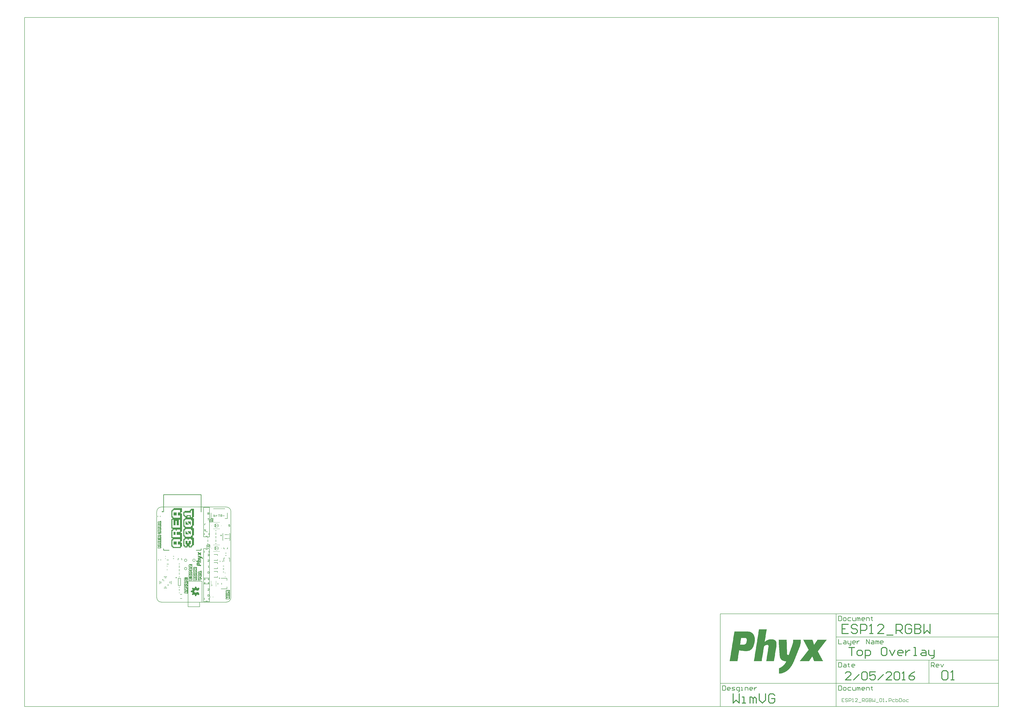
<source format=gto>
G04 Layer_Color=65535*
%FSLAX25Y25*%
%MOIN*%
G70*
G01*
G75*
%ADD10C,0.00591*%
%ADD11C,0.00787*%
%ADD12C,0.00984*%
%ADD40C,0.01575*%
%ADD41C,0.01181*%
%ADD51C,0.00394*%
%ADD52C,0.01000*%
G36*
X71356Y72825D02*
X71653D01*
Y72783D01*
X71951D01*
Y72741D01*
X72205D01*
Y72698D01*
X72460D01*
Y72656D01*
X72715D01*
Y72613D01*
X73011D01*
Y72571D01*
X73266D01*
Y72528D01*
X73521D01*
Y72486D01*
X73818D01*
Y72443D01*
X74072D01*
Y72401D01*
X74327D01*
Y72359D01*
X74582D01*
Y72316D01*
X74879D01*
Y72274D01*
X75133D01*
Y72231D01*
X75218D01*
Y70279D01*
X75133D01*
Y70322D01*
X74879D01*
Y70364D01*
X74582D01*
Y70407D01*
X74327D01*
Y70449D01*
X74072D01*
Y70491D01*
X73775D01*
Y70534D01*
X73521D01*
Y70576D01*
X73224D01*
Y70619D01*
X72969D01*
Y70661D01*
X72715D01*
Y70704D01*
X72460D01*
Y70746D01*
X72163D01*
Y70788D01*
X71908D01*
Y70831D01*
X71611D01*
Y70873D01*
X71356D01*
Y70831D01*
X71272D01*
Y70788D01*
X71229D01*
Y70746D01*
X71187D01*
Y70661D01*
X71144D01*
Y70407D01*
X71187D01*
Y70194D01*
X71229D01*
Y70067D01*
X71272D01*
Y69982D01*
X71314D01*
Y69940D01*
X71356D01*
Y69855D01*
X71399D01*
Y69812D01*
X71441D01*
Y69770D01*
X71526D01*
Y69727D01*
X71653D01*
Y69685D01*
X71908D01*
Y69643D01*
X72205D01*
Y69600D01*
X72460D01*
Y69558D01*
X72715D01*
Y69515D01*
X72969D01*
Y69473D01*
X73266D01*
Y69430D01*
X73521D01*
Y69388D01*
X73775D01*
Y69345D01*
X74072D01*
Y69303D01*
X74327D01*
Y69261D01*
X74582D01*
Y69218D01*
X74836D01*
Y69176D01*
X75133D01*
Y69133D01*
X75218D01*
Y67181D01*
X75133D01*
Y67224D01*
X74836D01*
Y67266D01*
X74582D01*
Y67309D01*
X74327D01*
Y67351D01*
X74030D01*
Y67393D01*
X73775D01*
Y67436D01*
X73521D01*
Y67478D01*
X73266D01*
Y67521D01*
X72969D01*
Y67563D01*
X72715D01*
Y67606D01*
X72460D01*
Y67648D01*
X72163D01*
Y67690D01*
X71908D01*
Y67733D01*
X71653D01*
Y67775D01*
X71399D01*
Y67818D01*
X71102D01*
Y67860D01*
X70847D01*
Y67903D01*
X70593D01*
Y67945D01*
X70338D01*
Y67988D01*
X70041D01*
Y68030D01*
X69786D01*
Y68072D01*
X69532D01*
Y68115D01*
X69235D01*
Y68157D01*
X68980D01*
Y68200D01*
X68725D01*
Y68242D01*
X68471D01*
Y68285D01*
X68174D01*
Y68327D01*
X67919D01*
Y68370D01*
X67664D01*
Y68412D01*
X67367D01*
Y68454D01*
X67240D01*
Y70407D01*
X67325D01*
Y70364D01*
X67580D01*
Y70322D01*
X67834D01*
Y70279D01*
X68131D01*
Y70237D01*
X68386D01*
Y70194D01*
X68641D01*
Y70152D01*
X68938D01*
Y70109D01*
X69192D01*
Y70067D01*
X69447D01*
Y70025D01*
X69701D01*
Y69982D01*
X69999D01*
Y69940D01*
X70253D01*
Y69897D01*
X70338D01*
Y69982D01*
X70296D01*
Y70025D01*
X70253D01*
Y70067D01*
X70211D01*
Y70152D01*
X70168D01*
Y70194D01*
X70126D01*
Y70237D01*
X70083D01*
Y70322D01*
X70041D01*
Y70407D01*
X69999D01*
Y70449D01*
X69956D01*
Y70534D01*
X69914D01*
Y70661D01*
X69871D01*
Y70746D01*
X69829D01*
Y70873D01*
X69786D01*
Y71086D01*
X69744D01*
Y72019D01*
X69786D01*
Y72189D01*
X69829D01*
Y72316D01*
X69871D01*
Y72401D01*
X69914D01*
Y72443D01*
X69956D01*
Y72528D01*
X69999D01*
Y72571D01*
X70041D01*
Y72613D01*
X70083D01*
Y72656D01*
X70126D01*
Y72698D01*
X70211D01*
Y72741D01*
X70296D01*
Y72783D01*
X70423D01*
Y72825D01*
X70593D01*
Y72868D01*
X71356D01*
Y72825D01*
D02*
G37*
G36*
X70211Y67351D02*
X70508D01*
Y67309D01*
X70720D01*
Y67266D01*
X70932D01*
Y67224D01*
X71059D01*
Y67181D01*
X71229D01*
Y67139D01*
X71356D01*
Y67096D01*
X71441D01*
Y67054D01*
X71569D01*
Y67011D01*
X71653D01*
Y66969D01*
X71738D01*
Y66927D01*
X71823D01*
Y66884D01*
X71866D01*
Y66842D01*
X71951D01*
Y66799D01*
X71993D01*
Y66757D01*
X72035D01*
Y66714D01*
X72120D01*
Y66672D01*
X72163D01*
Y66630D01*
X72205D01*
Y66587D01*
X72248D01*
Y66545D01*
X72290D01*
Y66502D01*
X72333D01*
Y66417D01*
X72375D01*
Y66375D01*
X72417D01*
Y66290D01*
X72460D01*
Y66248D01*
X72502D01*
Y66163D01*
X72545D01*
Y66035D01*
X72587D01*
Y65908D01*
X72630D01*
Y65781D01*
X72672D01*
Y65526D01*
X72715D01*
Y64762D01*
X72672D01*
Y64380D01*
X72630D01*
Y64083D01*
X72587D01*
Y63871D01*
X72545D01*
Y63659D01*
X72502D01*
Y63447D01*
X72799D01*
Y63404D01*
X73054D01*
Y63362D01*
X73309D01*
Y63319D01*
X73606D01*
Y63277D01*
X73860D01*
Y63235D01*
X74115D01*
Y63192D01*
X74412D01*
Y63150D01*
X74667D01*
Y63107D01*
X74921D01*
Y63065D01*
X75218D01*
Y61070D01*
X75176D01*
Y61113D01*
X74964D01*
Y61155D01*
X74667D01*
Y61198D01*
X74412D01*
Y61240D01*
X74157D01*
Y61282D01*
X73860D01*
Y61325D01*
X73606D01*
Y61367D01*
X73351D01*
Y61410D01*
X73096D01*
Y61452D01*
X72799D01*
Y61495D01*
X72545D01*
Y61537D01*
X72290D01*
Y61580D01*
X72035D01*
Y61622D01*
X71738D01*
Y61664D01*
X71484D01*
Y61707D01*
X71229D01*
Y61749D01*
X70932D01*
Y61792D01*
X70678D01*
Y61834D01*
X70423D01*
Y61877D01*
X70168D01*
Y61919D01*
X69871D01*
Y61962D01*
X69617D01*
Y62004D01*
X69362D01*
Y62046D01*
X69065D01*
Y62089D01*
X68810D01*
Y62131D01*
X68556D01*
Y62174D01*
X68259D01*
Y62216D01*
X68004D01*
Y62259D01*
X67749D01*
Y65781D01*
X67792D01*
Y66035D01*
X67834D01*
Y66163D01*
X67877D01*
Y66290D01*
X67919D01*
Y66417D01*
X67962D01*
Y66502D01*
X68004D01*
Y66545D01*
X68046D01*
Y66630D01*
X68089D01*
Y66672D01*
X68131D01*
Y66757D01*
X68174D01*
Y66799D01*
X68216D01*
Y66842D01*
X68259D01*
Y66884D01*
X68301D01*
Y66927D01*
X68344D01*
Y66969D01*
X68386D01*
Y67011D01*
X68471D01*
Y67054D01*
X68513D01*
Y67096D01*
X68598D01*
Y67139D01*
X68641D01*
Y67181D01*
X68725D01*
Y67224D01*
X68853D01*
Y67266D01*
X68980D01*
Y67309D01*
X69150D01*
Y67351D01*
X69362D01*
Y67393D01*
X70211D01*
Y67351D01*
D02*
G37*
G36*
X10866Y38476D02*
X10921Y38421D01*
X11051Y38226D01*
X11112Y37919D01*
X11051Y37612D01*
X10921Y37417D01*
X10866Y37362D01*
X10866D01*
X10812Y37307D01*
X10617Y37177D01*
X10310Y37116D01*
X10002Y37177D01*
X9808Y37307D01*
X9753Y37362D01*
X9753Y37362D01*
X9335Y37780D01*
X10449Y38893D01*
X10866Y38476D01*
D02*
G37*
G36*
X70720Y78936D02*
X70932D01*
Y78894D01*
X71102D01*
Y78851D01*
X71272D01*
Y78809D01*
X71399D01*
Y78767D01*
X71526D01*
Y78724D01*
X71653D01*
Y78682D01*
X71781D01*
Y78639D01*
X71866D01*
Y78597D01*
X71951D01*
Y78554D01*
X72078D01*
Y78512D01*
X72163D01*
Y78470D01*
X72290D01*
Y78427D01*
X72375D01*
Y78385D01*
X72502D01*
Y78342D01*
X72587D01*
Y78300D01*
X72715D01*
Y78257D01*
X72799D01*
Y78215D01*
X72927D01*
Y78172D01*
X73011D01*
Y78130D01*
X73139D01*
Y78088D01*
X73224D01*
Y78045D01*
X73351D01*
Y78003D01*
X73436D01*
Y77960D01*
X73563D01*
Y77918D01*
X73648D01*
Y77875D01*
X73775D01*
Y77833D01*
X73860D01*
Y77790D01*
X73988D01*
Y77748D01*
X74072D01*
Y77706D01*
X74200D01*
Y77663D01*
X74285D01*
Y77621D01*
X74412D01*
Y77578D01*
X74497D01*
Y77536D01*
X74624D01*
Y77493D01*
X74709D01*
Y77451D01*
X74836D01*
Y77409D01*
X74921D01*
Y77366D01*
X75049D01*
Y77324D01*
X75133D01*
Y77281D01*
X75261D01*
Y77239D01*
X75346D01*
Y77196D01*
X75430D01*
Y77154D01*
X75515D01*
Y77112D01*
X75643D01*
Y77069D01*
X75685D01*
Y77027D01*
X75812D01*
Y76984D01*
X75855D01*
Y76942D01*
X75940D01*
Y76899D01*
X76025D01*
Y76857D01*
X76109D01*
Y76814D01*
X76194D01*
Y76772D01*
X76237D01*
Y76730D01*
X76322D01*
Y76687D01*
X76407D01*
Y76645D01*
X76449D01*
Y76602D01*
X76491D01*
Y76560D01*
X76576D01*
Y76517D01*
X76619D01*
Y76475D01*
X76704D01*
Y76433D01*
X76746D01*
Y76390D01*
X76788D01*
Y76348D01*
X76873D01*
Y76305D01*
X76916D01*
Y76263D01*
X76958D01*
Y76220D01*
X77001D01*
Y76178D01*
X77043D01*
Y76135D01*
X77128D01*
Y76093D01*
X77170D01*
Y76051D01*
X77213D01*
Y76008D01*
X77255D01*
Y75966D01*
X77298D01*
Y75923D01*
X77340D01*
Y75881D01*
X77382D01*
Y75838D01*
X77425D01*
Y75753D01*
X77467D01*
Y75711D01*
X77510D01*
Y75669D01*
X77552D01*
Y75626D01*
X77595D01*
Y75584D01*
X77637D01*
Y75499D01*
X77680D01*
Y75457D01*
X77722D01*
Y75372D01*
X77764D01*
Y75329D01*
X77807D01*
Y75244D01*
X77849D01*
Y75202D01*
X77892D01*
Y75117D01*
X77934D01*
Y75032D01*
X77977D01*
Y74947D01*
X78019D01*
Y74862D01*
X78061D01*
Y74778D01*
X78104D01*
Y74650D01*
X78146D01*
Y74565D01*
X78189D01*
Y74438D01*
X78231D01*
Y74268D01*
X78274D01*
Y74098D01*
X78316D01*
Y73844D01*
X78359D01*
Y73547D01*
X78401D01*
Y73504D01*
X77001D01*
Y73589D01*
X76958D01*
Y73674D01*
X76916D01*
Y73759D01*
X76873D01*
Y73844D01*
X76831D01*
Y73929D01*
X76788D01*
Y74014D01*
X76746D01*
Y74056D01*
X76704D01*
Y74141D01*
X76661D01*
Y74183D01*
X76619D01*
Y74268D01*
X76576D01*
Y74311D01*
X76534D01*
Y74353D01*
X76491D01*
Y74438D01*
X76449D01*
Y74480D01*
X76407D01*
Y74523D01*
X76364D01*
Y74565D01*
X76322D01*
Y74608D01*
X76279D01*
Y74650D01*
X76237D01*
Y74693D01*
X76194D01*
Y74735D01*
X76152D01*
Y74778D01*
X76109D01*
Y74820D01*
X76067D01*
Y74862D01*
X76025D01*
Y74905D01*
X75940D01*
Y74947D01*
X75897D01*
Y74990D01*
X75855D01*
Y75032D01*
X75770D01*
Y75074D01*
X75727D01*
Y75117D01*
X75643D01*
Y75159D01*
X75558D01*
Y75202D01*
X75515D01*
Y75244D01*
X75430D01*
Y75287D01*
X75346D01*
Y75329D01*
X75261D01*
Y75074D01*
X75218D01*
Y74778D01*
X75176D01*
Y74608D01*
X75133D01*
Y74523D01*
X75091D01*
Y74396D01*
X75049D01*
Y74311D01*
X75006D01*
Y74268D01*
X74964D01*
Y74183D01*
X74921D01*
Y74141D01*
X74879D01*
Y74098D01*
X74836D01*
Y74056D01*
X74794D01*
Y74014D01*
X74751D01*
Y73971D01*
X74667D01*
Y73929D01*
X74624D01*
Y73886D01*
X74539D01*
Y73844D01*
X74454D01*
Y73801D01*
X74370D01*
Y73759D01*
X74242D01*
Y73717D01*
X74072D01*
Y73674D01*
X73775D01*
Y73632D01*
X73139D01*
Y73589D01*
X72502D01*
Y73547D01*
X71823D01*
Y73504D01*
X71144D01*
Y73462D01*
X70550D01*
Y73419D01*
X69871D01*
Y73377D01*
X69829D01*
Y75414D01*
X70423D01*
Y75457D01*
X72163D01*
Y75499D01*
X72205D01*
Y75457D01*
X72290D01*
Y75499D01*
X73393D01*
Y75541D01*
X73521D01*
Y75584D01*
X73563D01*
Y75626D01*
X73606D01*
Y75669D01*
X73648D01*
Y75796D01*
X73690D01*
Y75923D01*
X73648D01*
Y75966D01*
X73521D01*
Y76008D01*
X73436D01*
Y76051D01*
X73309D01*
Y76093D01*
X73181D01*
Y76135D01*
X73054D01*
Y76178D01*
X72927D01*
Y76220D01*
X72842D01*
Y76263D01*
X72715D01*
Y76305D01*
X72587D01*
Y76348D01*
X72460D01*
Y76390D01*
X72375D01*
Y76433D01*
X72248D01*
Y76475D01*
X72120D01*
Y76517D01*
X71993D01*
Y76560D01*
X71908D01*
Y76602D01*
X71781D01*
Y76645D01*
X71653D01*
Y76687D01*
X71526D01*
Y76730D01*
X71441D01*
Y76772D01*
X71314D01*
Y76814D01*
X71187D01*
Y76857D01*
X71059D01*
Y76899D01*
X70890D01*
Y76942D01*
X70720D01*
Y76984D01*
X70508D01*
Y77027D01*
X70253D01*
Y77069D01*
X69829D01*
Y78979D01*
X70720D01*
Y78936D01*
D02*
G37*
G36*
X68149Y58918D02*
Y58295D01*
Y57678D01*
Y57055D01*
X67539D01*
Y56432D01*
X68149D01*
Y55809D01*
Y55205D01*
Y54582D01*
Y53959D01*
X67539D01*
Y53342D01*
X68149D01*
Y52719D01*
Y52102D01*
Y51479D01*
Y50856D01*
Y50233D01*
Y49629D01*
Y49006D01*
Y48383D01*
X67539D01*
Y48376D01*
X68149D01*
Y47766D01*
Y47143D01*
Y46526D01*
Y45903D01*
Y45280D01*
Y44657D01*
Y44053D01*
Y43430D01*
X67539D01*
Y42807D01*
X66929D01*
Y42800D01*
X68149D01*
Y42190D01*
Y41567D01*
Y40950D01*
Y40327D01*
X67539D01*
Y39704D01*
X68149D01*
Y39081D01*
Y38477D01*
Y37854D01*
Y37231D01*
X67539D01*
Y36614D01*
X61976D01*
Y37231D01*
Y37854D01*
Y38477D01*
Y39081D01*
Y39704D01*
Y40327D01*
Y40950D01*
Y41567D01*
X62599D01*
Y42190D01*
Y42807D01*
X61976D01*
Y43430D01*
Y44053D01*
Y44657D01*
Y45280D01*
Y45903D01*
Y46526D01*
Y47143D01*
X62599D01*
Y47766D01*
X61976D01*
Y48383D01*
Y49006D01*
Y49629D01*
Y50233D01*
Y50856D01*
Y51479D01*
Y52102D01*
Y52719D01*
X62599D01*
Y53342D01*
X61976D01*
Y53959D01*
Y54582D01*
Y55205D01*
Y55809D01*
X62599D01*
Y56432D01*
X61976D01*
Y57055D01*
Y57678D01*
Y58295D01*
Y58918D01*
X62599D01*
Y59528D01*
X68149D01*
Y58918D01*
D02*
G37*
G36*
X42735Y152675D02*
X41120D01*
Y152445D01*
X40889D01*
Y150369D01*
X42735D01*
Y119455D01*
X40889D01*
Y117379D01*
X42735D01*
Y103076D01*
X40889D01*
Y100999D01*
X42735D01*
Y93848D01*
X42504D01*
Y94078D01*
X41120D01*
Y93848D01*
X40889D01*
Y92002D01*
X26816D01*
Y93848D01*
X26586D01*
Y94078D01*
X25201D01*
Y93848D01*
X24971D01*
Y94078D01*
X24740D01*
Y106536D01*
X26816D01*
Y108612D01*
X24740D01*
Y122916D01*
X26816D01*
Y124992D01*
X24740D01*
Y141141D01*
X26816D01*
Y141602D01*
X26586D01*
Y142986D01*
X26816D01*
Y143448D01*
X24740D01*
Y155905D01*
X26816D01*
Y157751D01*
X28431D01*
Y159596D01*
X42735D01*
Y152675D01*
D02*
G37*
G36*
X69871Y85472D02*
X69914D01*
Y85429D01*
X69999D01*
Y85387D01*
X70041D01*
Y85344D01*
X70083D01*
Y85302D01*
X70168D01*
Y85259D01*
X70211D01*
Y85217D01*
X70253D01*
Y85175D01*
X70296D01*
Y85132D01*
X70380D01*
Y85090D01*
X70423D01*
Y85047D01*
X70465D01*
Y85005D01*
X70550D01*
Y84962D01*
X70593D01*
Y84920D01*
X70635D01*
Y84878D01*
X70678D01*
Y84835D01*
X70762D01*
Y84793D01*
X70805D01*
Y84750D01*
X70847D01*
Y84708D01*
X70932D01*
Y84665D01*
X70974D01*
Y84623D01*
X71017D01*
Y84580D01*
X71102D01*
Y84538D01*
X71144D01*
Y84496D01*
X71187D01*
Y84453D01*
X71229D01*
Y84411D01*
X71314D01*
Y84368D01*
X71356D01*
Y84326D01*
X71399D01*
Y84283D01*
X71484D01*
Y84241D01*
X71526D01*
Y84198D01*
X71569D01*
Y84156D01*
X71653D01*
Y84114D01*
X71696D01*
Y84071D01*
X71738D01*
Y84029D01*
X71781D01*
Y83986D01*
X71866D01*
Y83944D01*
X71908D01*
Y83901D01*
X71951D01*
Y83859D01*
X72035D01*
Y83817D01*
X72078D01*
Y83774D01*
X72120D01*
Y83732D01*
X72205D01*
Y83689D01*
X72248D01*
Y83647D01*
X72290D01*
Y83604D01*
X72333D01*
Y83562D01*
X72417D01*
Y83520D01*
X72460D01*
Y83477D01*
X72502D01*
Y83435D01*
X72587D01*
Y83392D01*
X72630D01*
Y83350D01*
X72672D01*
Y83307D01*
X72715D01*
Y83265D01*
X72799D01*
Y83307D01*
X72884D01*
Y83350D01*
X72969D01*
Y83392D01*
X73011D01*
Y83435D01*
X73096D01*
Y83477D01*
X73181D01*
Y83520D01*
X73266D01*
Y83562D01*
X73351D01*
Y83604D01*
X73436D01*
Y83647D01*
X73521D01*
Y83689D01*
X73606D01*
Y83732D01*
X73690D01*
Y83774D01*
X73733D01*
Y83817D01*
X73818D01*
Y83859D01*
X73903D01*
Y83901D01*
X73988D01*
Y83944D01*
X74072D01*
Y83986D01*
X74157D01*
Y84029D01*
X74242D01*
Y84071D01*
X74327D01*
Y84114D01*
X74370D01*
Y84156D01*
X74454D01*
Y84198D01*
X74539D01*
Y84241D01*
X74624D01*
Y84283D01*
X74709D01*
Y84326D01*
X74794D01*
Y84368D01*
X74879D01*
Y84411D01*
X74964D01*
Y84453D01*
X75006D01*
Y84496D01*
X75091D01*
Y84538D01*
X75176D01*
Y84580D01*
X75218D01*
Y82331D01*
X75176D01*
Y82289D01*
X75049D01*
Y82246D01*
X74921D01*
Y82204D01*
X74836D01*
Y82161D01*
X74709D01*
Y82119D01*
X74582D01*
Y82077D01*
X74497D01*
Y82034D01*
X74370D01*
Y81992D01*
X74242D01*
Y81949D01*
X74115D01*
Y81907D01*
X74072D01*
Y81822D01*
X74157D01*
Y81780D01*
X74200D01*
Y81737D01*
X74285D01*
Y81695D01*
X74327D01*
Y81652D01*
X74412D01*
Y81610D01*
X74454D01*
Y81567D01*
X74539D01*
Y81525D01*
X74582D01*
Y81482D01*
X74624D01*
Y81440D01*
X74709D01*
Y81398D01*
X74751D01*
Y81355D01*
X74836D01*
Y81313D01*
X74879D01*
Y81270D01*
X74964D01*
Y81228D01*
X75006D01*
Y81186D01*
X75091D01*
Y81143D01*
X75133D01*
Y81101D01*
X75218D01*
Y78724D01*
X75176D01*
Y78767D01*
X75133D01*
Y78809D01*
X75091D01*
Y78851D01*
X75049D01*
Y78894D01*
X74964D01*
Y78936D01*
X74921D01*
Y78979D01*
X74879D01*
Y79021D01*
X74836D01*
Y79064D01*
X74751D01*
Y79106D01*
X74709D01*
Y79149D01*
X74667D01*
Y79191D01*
X74582D01*
Y79233D01*
X74539D01*
Y79276D01*
X74497D01*
Y79318D01*
X74454D01*
Y79361D01*
X74370D01*
Y79403D01*
X74327D01*
Y79446D01*
X74285D01*
Y79488D01*
X74242D01*
Y79530D01*
X74157D01*
Y79573D01*
X74115D01*
Y79615D01*
X74072D01*
Y79658D01*
X73988D01*
Y79700D01*
X73945D01*
Y79743D01*
X73903D01*
Y79785D01*
X73860D01*
Y79827D01*
X73775D01*
Y79870D01*
X73733D01*
Y79912D01*
X73690D01*
Y79955D01*
X73606D01*
Y79997D01*
X73563D01*
Y80040D01*
X73521D01*
Y80082D01*
X73478D01*
Y80124D01*
X73393D01*
Y80167D01*
X73351D01*
Y80209D01*
X73309D01*
Y80252D01*
X73224D01*
Y80294D01*
X73181D01*
Y80337D01*
X73139D01*
Y80379D01*
X73096D01*
Y80422D01*
X73011D01*
Y80464D01*
X72969D01*
Y80506D01*
X72927D01*
Y80549D01*
X72884D01*
Y80591D01*
X72799D01*
Y80634D01*
X72757D01*
Y80676D01*
X72715D01*
Y80719D01*
X72630D01*
Y80761D01*
X72587D01*
Y80804D01*
X72545D01*
Y80846D01*
X72502D01*
Y80888D01*
X72417D01*
Y80931D01*
X72290D01*
Y80888D01*
X72248D01*
Y80846D01*
X72163D01*
Y80804D01*
X72078D01*
Y80761D01*
X71993D01*
Y80719D01*
X71908D01*
Y80676D01*
X71823D01*
Y80634D01*
X71738D01*
Y80591D01*
X71696D01*
Y80549D01*
X71611D01*
Y80506D01*
X71526D01*
Y80464D01*
X71441D01*
Y80422D01*
X71356D01*
Y80379D01*
X71272D01*
Y80337D01*
X71187D01*
Y80294D01*
X71144D01*
Y80252D01*
X71059D01*
Y80209D01*
X70974D01*
Y80167D01*
X70890D01*
Y80124D01*
X70805D01*
Y80082D01*
X70720D01*
Y80040D01*
X70635D01*
Y79997D01*
X70550D01*
Y79955D01*
X70508D01*
Y79912D01*
X70423D01*
Y79870D01*
X70338D01*
Y79827D01*
X70253D01*
Y79785D01*
X70168D01*
Y79743D01*
X70083D01*
Y79700D01*
X69999D01*
Y79658D01*
X69956D01*
Y79615D01*
X69871D01*
Y79573D01*
X69829D01*
Y81907D01*
X69871D01*
Y81949D01*
X69999D01*
Y81992D01*
X70126D01*
Y82034D01*
X70253D01*
Y82077D01*
X70380D01*
Y82119D01*
X70508D01*
Y82161D01*
X70635D01*
Y82204D01*
X70762D01*
Y82246D01*
X70890D01*
Y82289D01*
X71059D01*
Y82374D01*
X71017D01*
Y82416D01*
X70974D01*
Y82459D01*
X70890D01*
Y82501D01*
X70847D01*
Y82543D01*
X70762D01*
Y82586D01*
X70720D01*
Y82628D01*
X70635D01*
Y82671D01*
X70593D01*
Y82713D01*
X70508D01*
Y82756D01*
X70465D01*
Y82798D01*
X70380D01*
Y82841D01*
X70338D01*
Y82883D01*
X70253D01*
Y82925D01*
X70211D01*
Y82968D01*
X70126D01*
Y83010D01*
X70083D01*
Y83053D01*
X69999D01*
Y83095D01*
X69956D01*
Y83138D01*
X69871D01*
Y83180D01*
X69829D01*
Y85514D01*
X69871D01*
Y85472D01*
D02*
G37*
G36*
X52185Y41437D02*
X52795D01*
Y40813D01*
Y40197D01*
Y39574D01*
Y38950D01*
Y38327D01*
Y37724D01*
Y37100D01*
X52185D01*
Y36477D01*
X51575D01*
Y35861D01*
X52185D01*
Y35237D01*
X52795D01*
Y34621D01*
Y33998D01*
Y33374D01*
Y32751D01*
Y32148D01*
Y31524D01*
Y30901D01*
X52185D01*
Y30285D01*
X51575D01*
Y29661D01*
X52185D01*
Y29045D01*
X52795D01*
Y28422D01*
Y27798D01*
Y27175D01*
X52185D01*
Y26572D01*
X51575D01*
Y25948D01*
X50965D01*
Y25325D01*
X50341D01*
Y24709D01*
X50965D01*
Y25319D01*
X52795D01*
Y24709D01*
Y24085D01*
Y23469D01*
Y22846D01*
Y22222D01*
Y21599D01*
Y20996D01*
Y20372D01*
Y19749D01*
Y19126D01*
Y18509D01*
Y17886D01*
Y17263D01*
Y16640D01*
Y16036D01*
Y15413D01*
Y14790D01*
X52185D01*
Y14173D01*
X50341D01*
Y14790D01*
Y15413D01*
X49102D01*
Y14790D01*
X47245D01*
Y15413D01*
X46622D01*
Y16036D01*
Y16640D01*
Y17263D01*
Y17886D01*
X47245D01*
Y18509D01*
X50341D01*
Y19126D01*
X50965D01*
Y19133D01*
X50341D01*
Y19749D01*
X49718D01*
Y19133D01*
X47245D01*
Y19749D01*
X46622D01*
Y20372D01*
Y20996D01*
Y21599D01*
Y22222D01*
Y22846D01*
Y23469D01*
Y24085D01*
X47245D01*
Y24709D01*
X46622D01*
Y25325D01*
Y25948D01*
Y26572D01*
Y27175D01*
X47245D01*
Y27798D01*
X46622D01*
Y28422D01*
Y29045D01*
Y29661D01*
Y30285D01*
Y30901D01*
Y31524D01*
Y32148D01*
Y32751D01*
Y33374D01*
Y33998D01*
Y34621D01*
X47245D01*
Y35237D01*
X47855D01*
Y35861D01*
X47245D01*
Y36477D01*
X46622D01*
Y37100D01*
Y37724D01*
Y38327D01*
Y38950D01*
Y39574D01*
Y40197D01*
Y40813D01*
X47245D01*
Y41437D01*
X47855D01*
Y42047D01*
X49718D01*
Y41437D01*
X50341D01*
Y42047D01*
X52185D01*
Y41437D01*
D02*
G37*
G36*
X7519Y113643D02*
Y113019D01*
Y112403D01*
Y111779D01*
X6909D01*
Y111156D01*
X7519D01*
Y110533D01*
Y109930D01*
Y109306D01*
Y108683D01*
X6909D01*
Y108677D01*
X7519D01*
Y108067D01*
Y107443D01*
Y106827D01*
Y106203D01*
Y105580D01*
Y104957D01*
Y104354D01*
Y103730D01*
Y103107D01*
X6909D01*
Y103101D01*
X7519D01*
Y102491D01*
Y101867D01*
Y101251D01*
Y100628D01*
X6909D01*
Y100004D01*
X7519D01*
Y99381D01*
Y98778D01*
Y98154D01*
Y97531D01*
X6909D01*
Y97525D01*
X7519D01*
Y96915D01*
Y96291D01*
Y95675D01*
Y95051D01*
X6909D01*
Y94428D01*
X7519D01*
Y93805D01*
Y93202D01*
Y92578D01*
Y91955D01*
X6909D01*
Y91339D01*
X1970D01*
Y91955D01*
X1346D01*
Y92578D01*
Y93202D01*
Y93805D01*
Y94428D01*
Y95051D01*
Y95675D01*
Y96291D01*
X1970D01*
Y96915D01*
X1346D01*
Y97531D01*
Y98154D01*
Y98778D01*
Y99381D01*
Y100004D01*
Y100628D01*
Y101251D01*
Y101867D01*
X1970D01*
Y102491D01*
X1346D01*
Y103107D01*
Y103730D01*
Y104354D01*
Y104957D01*
Y105580D01*
Y106203D01*
Y106827D01*
Y107443D01*
Y108067D01*
X1970D01*
Y108683D01*
X1346D01*
Y109306D01*
Y109930D01*
Y110533D01*
Y111156D01*
Y111779D01*
Y112403D01*
Y113019D01*
X1970D01*
Y113643D01*
X2580D01*
Y114253D01*
X7519D01*
Y113643D01*
D02*
G37*
G36*
Y137088D02*
Y136471D01*
Y135848D01*
Y135225D01*
Y134602D01*
Y133998D01*
Y133375D01*
Y132752D01*
X6909D01*
Y132135D01*
X7519D01*
Y131512D01*
Y130895D01*
Y130272D01*
Y129649D01*
Y129026D01*
Y128422D01*
Y127799D01*
X6909D01*
Y127176D01*
X6299D01*
Y127169D01*
X6909D01*
Y126559D01*
X7519D01*
Y125936D01*
Y125319D01*
Y124696D01*
Y124073D01*
Y123450D01*
Y122846D01*
Y122223D01*
X6909D01*
Y121600D01*
X6299D01*
Y121593D01*
X6909D01*
Y120983D01*
X7519D01*
Y120360D01*
Y119743D01*
Y119120D01*
Y118497D01*
Y117874D01*
Y117270D01*
Y116647D01*
X6909D01*
Y116024D01*
X6299D01*
Y115407D01*
X4443D01*
Y116024D01*
X3826D01*
Y115407D01*
X1970D01*
Y116024D01*
X1346D01*
Y116647D01*
Y117270D01*
Y117874D01*
Y118497D01*
Y119120D01*
Y119743D01*
Y120360D01*
X1970D01*
Y120983D01*
Y121600D01*
X1346D01*
Y122223D01*
Y122846D01*
Y123450D01*
Y124073D01*
Y124696D01*
Y125319D01*
Y125936D01*
X1970D01*
Y126559D01*
Y127176D01*
X1346D01*
Y127799D01*
Y128422D01*
Y129026D01*
Y129649D01*
Y130272D01*
Y130895D01*
Y131512D01*
X1970D01*
Y132135D01*
X2580D01*
Y132745D01*
X5066D01*
Y132752D01*
Y133375D01*
X3826D01*
Y132752D01*
X1970D01*
Y133375D01*
X1346D01*
Y133998D01*
Y134602D01*
Y135225D01*
Y135848D01*
X1970D01*
Y136471D01*
X5066D01*
Y137088D01*
X5689D01*
Y137711D01*
X7519D01*
Y137088D01*
D02*
G37*
G36*
X95867Y140763D02*
Y140168D01*
Y139578D01*
Y138982D01*
X95284D01*
Y138387D01*
X95867D01*
Y137791D01*
Y137214D01*
Y136619D01*
Y136023D01*
X95284D01*
Y135434D01*
X89967D01*
Y136023D01*
Y136619D01*
Y137214D01*
Y137791D01*
Y138387D01*
Y138982D01*
Y139578D01*
Y140168D01*
X90562D01*
Y140763D01*
X91145D01*
Y141346D01*
X95867D01*
Y140763D01*
D02*
G37*
G36*
X19525Y29752D02*
X19720Y29622D01*
X19775Y29567D01*
X20192Y29149D01*
X19079Y28036D01*
X18661Y28454D01*
X18661Y28454D01*
X18606Y28508D01*
X18476Y28703D01*
X18415Y29010D01*
X18476Y29318D01*
X18606Y29512D01*
X18661Y29567D01*
Y29567D01*
X18716Y29622D01*
X18911Y29752D01*
X19218Y29813D01*
X19525Y29752D01*
D02*
G37*
G36*
X67042Y26291D02*
X67206D01*
Y26127D01*
X67260D01*
Y26073D01*
X67206D01*
Y26018D01*
X67260D01*
Y25855D01*
X67315D01*
Y25582D01*
X67370D01*
Y25528D01*
X67315D01*
Y25473D01*
X67370D01*
Y25309D01*
X67424D01*
Y25037D01*
X67479D01*
Y24982D01*
X67424D01*
Y24928D01*
X67479D01*
Y24764D01*
X67533D01*
Y24710D01*
X67479D01*
Y24655D01*
X67533D01*
Y24383D01*
X67588D01*
Y24328D01*
X67533D01*
Y24273D01*
X67588D01*
Y24219D01*
X67642D01*
Y24164D01*
X67806D01*
Y24110D01*
X67860D01*
Y24055D01*
X67915D01*
Y24110D01*
X67969D01*
Y24055D01*
X68024D01*
Y24001D01*
X68187D01*
Y23946D01*
X68351D01*
Y23892D01*
X68405D01*
Y23837D01*
X68460D01*
Y23892D01*
X68515D01*
Y23837D01*
X68569D01*
Y23783D01*
X68733D01*
Y23728D01*
X68896D01*
Y23674D01*
X68951D01*
Y23619D01*
X69005D01*
Y23674D01*
X69060D01*
Y23619D01*
X69114D01*
Y23565D01*
X69332D01*
Y23619D01*
X69441D01*
Y23674D01*
X69496D01*
Y23728D01*
X69551D01*
Y23783D01*
X69660D01*
Y23837D01*
X69769D01*
Y23892D01*
X69823D01*
Y23946D01*
X69878D01*
Y24001D01*
X69932D01*
Y24055D01*
X70096D01*
Y24110D01*
X70150D01*
Y24164D01*
X70205D01*
Y24219D01*
X70259D01*
Y24273D01*
X70314D01*
Y24328D01*
X70423D01*
Y24383D01*
X70532D01*
Y24437D01*
X70586D01*
Y24492D01*
X70641D01*
Y24546D01*
X70750D01*
Y24601D01*
X70859D01*
Y24655D01*
X70913D01*
Y24710D01*
X71077D01*
Y24655D01*
X71132D01*
Y24601D01*
X71186D01*
Y24546D01*
X71241D01*
Y24492D01*
X71295D01*
Y24437D01*
X71350D01*
Y24383D01*
X71404D01*
Y24328D01*
X71459D01*
Y24273D01*
X71513D01*
Y24219D01*
X71568D01*
Y24164D01*
X71622D01*
Y24110D01*
X71677D01*
Y24055D01*
X71731D01*
Y24001D01*
X71786D01*
Y23946D01*
X71840D01*
Y23892D01*
X71895D01*
Y23837D01*
X71949D01*
Y23783D01*
X72004D01*
Y23728D01*
X72058D01*
Y23674D01*
X72113D01*
Y23619D01*
X72168D01*
Y23565D01*
X72222D01*
Y23510D01*
X72277D01*
Y23456D01*
X72331D01*
Y23401D01*
X72386D01*
Y23347D01*
X72440D01*
Y23292D01*
X72495D01*
Y23237D01*
X72549D01*
Y23074D01*
X72495D01*
Y23019D01*
X72440D01*
Y22856D01*
X72331D01*
Y22747D01*
X72277D01*
Y22692D01*
X72222D01*
Y22583D01*
X72168D01*
Y22529D01*
X72113D01*
Y22420D01*
X72058D01*
Y22365D01*
X72004D01*
Y22311D01*
X71949D01*
Y22256D01*
X72004D01*
Y22202D01*
X71949D01*
Y22256D01*
X71895D01*
Y22093D01*
X71840D01*
Y22038D01*
X71786D01*
Y21983D01*
X71731D01*
Y21929D01*
X71677D01*
Y21765D01*
X71622D01*
Y21711D01*
X71568D01*
Y21656D01*
X71513D01*
Y21602D01*
X71459D01*
Y21438D01*
X71404D01*
Y21384D01*
X71459D01*
Y21329D01*
X71513D01*
Y21166D01*
X71568D01*
Y21111D01*
X71622D01*
Y21057D01*
X71677D01*
Y20893D01*
X71731D01*
Y20839D01*
X71786D01*
Y20675D01*
X71840D01*
Y20620D01*
X71786D01*
Y20566D01*
X71731D01*
Y20511D01*
X71568D01*
Y20457D01*
X71459D01*
Y20402D01*
X71350D01*
Y20348D01*
X71186D01*
Y20293D01*
X71132D01*
Y20239D01*
X71077D01*
Y20293D01*
X71023D01*
Y20239D01*
X70968D01*
Y20184D01*
X70805D01*
Y20130D01*
X70641D01*
Y20075D01*
X70586D01*
Y20021D01*
X70423D01*
Y19966D01*
X70368D01*
Y19912D01*
X70314D01*
Y19966D01*
X70259D01*
Y19912D01*
X70205D01*
Y19857D01*
X70041D01*
Y19803D01*
X69987D01*
Y19857D01*
X69932D01*
Y19803D01*
X69878D01*
Y19748D01*
X69823D01*
Y19693D01*
X69769D01*
Y19748D01*
X69714D01*
Y19693D01*
X69660D01*
Y19639D01*
X69496D01*
Y19584D01*
X69387D01*
Y19530D01*
X69278D01*
Y19475D01*
X69223D01*
Y19530D01*
X69169D01*
Y19475D01*
X69114D01*
Y19421D01*
X68951D01*
Y19366D01*
X68787D01*
Y19312D01*
X68733D01*
Y19257D01*
X68569D01*
Y19203D01*
X68515D01*
Y19148D01*
X68460D01*
Y19203D01*
X68405D01*
Y19148D01*
X68351D01*
Y19094D01*
X68296D01*
Y19148D01*
X68133D01*
Y19312D01*
X68078D01*
Y19366D01*
X68024D01*
Y19421D01*
X67969D01*
Y19475D01*
X67915D01*
Y19639D01*
X67860D01*
Y19693D01*
X67806D01*
Y19748D01*
X67751D01*
Y19803D01*
X67697D01*
Y19857D01*
X67642D01*
Y19912D01*
X67588D01*
Y19966D01*
X67533D01*
Y20021D01*
X67370D01*
Y20130D01*
X67260D01*
Y20184D01*
X67206D01*
Y20239D01*
X67151D01*
Y20293D01*
X67097D01*
Y20239D01*
X67042D01*
Y20293D01*
X66988D01*
Y20348D01*
X66824D01*
Y20402D01*
X66661D01*
Y20457D01*
X66606D01*
Y20402D01*
X66552D01*
Y20457D01*
X66388D01*
Y20511D01*
X66334D01*
Y20457D01*
X66279D01*
Y20511D01*
X66225D01*
Y20457D01*
X66170D01*
Y20511D01*
X66115D01*
Y20457D01*
X66061D01*
Y20511D01*
X66006D01*
Y20457D01*
X65952D01*
Y20511D01*
X65897D01*
Y20457D01*
X65843D01*
Y20511D01*
X65788D01*
Y20457D01*
X65516D01*
Y20402D01*
X65461D01*
Y20348D01*
X65407D01*
Y20402D01*
X65352D01*
Y20348D01*
X65243D01*
Y20293D01*
X65134D01*
Y20239D01*
X65025D01*
Y20184D01*
X64916D01*
Y20130D01*
X64862D01*
Y20075D01*
X64807D01*
Y20021D01*
X64752D01*
Y20075D01*
X64698D01*
Y19966D01*
X64589D01*
Y19912D01*
X64534D01*
Y19857D01*
X64480D01*
Y19803D01*
X64425D01*
Y19748D01*
X64371D01*
Y19584D01*
X64316D01*
Y19639D01*
X64262D01*
Y19475D01*
X64207D01*
Y19421D01*
X64153D01*
Y19312D01*
X64098D01*
Y19203D01*
X64044D01*
Y19039D01*
X63989D01*
Y18985D01*
X63935D01*
Y18930D01*
X63989D01*
Y18876D01*
X63935D01*
Y18712D01*
X63880D01*
Y18549D01*
X63826D01*
Y18494D01*
X63880D01*
Y18440D01*
X63826D01*
Y18385D01*
X63880D01*
Y18330D01*
X63826D01*
Y18276D01*
X63880D01*
Y18221D01*
X63826D01*
Y18167D01*
X63880D01*
Y18112D01*
X63826D01*
Y18058D01*
X63880D01*
Y18003D01*
X63826D01*
Y17949D01*
X63880D01*
Y17785D01*
X63935D01*
Y17731D01*
X63880D01*
Y17676D01*
X63935D01*
Y17513D01*
X63989D01*
Y17458D01*
X64044D01*
Y17404D01*
X63989D01*
Y17349D01*
X64044D01*
Y17294D01*
X64098D01*
Y17240D01*
X64153D01*
Y17076D01*
X64207D01*
Y17022D01*
X64262D01*
Y16858D01*
X64316D01*
Y16804D01*
X64371D01*
Y16749D01*
X64425D01*
Y16695D01*
X64480D01*
Y16640D01*
X64534D01*
Y16586D01*
X64589D01*
Y16531D01*
X64643D01*
Y16477D01*
X64698D01*
Y16422D01*
X64807D01*
Y16368D01*
X64916D01*
Y16313D01*
X64970D01*
Y16259D01*
X65025D01*
Y16204D01*
X65080D01*
Y16259D01*
X65134D01*
Y16204D01*
X65189D01*
Y16150D01*
X65352D01*
Y16095D01*
X65407D01*
Y16150D01*
X65461D01*
Y16095D01*
X65516D01*
Y16040D01*
X65679D01*
Y15986D01*
X65734D01*
Y16040D01*
X65788D01*
Y15986D01*
X65843D01*
Y16040D01*
X65897D01*
Y15986D01*
X65952D01*
Y16040D01*
X66006D01*
Y15986D01*
X66061D01*
Y16040D01*
X66115D01*
Y15986D01*
X66170D01*
Y16040D01*
X66225D01*
Y15986D01*
X66279D01*
Y16040D01*
X66334D01*
Y15986D01*
X66388D01*
Y16040D01*
X66443D01*
Y15986D01*
X66497D01*
Y16040D01*
X66661D01*
Y16095D01*
X66824D01*
Y16150D01*
X66879D01*
Y16095D01*
X66933D01*
Y16150D01*
X66988D01*
Y16204D01*
X67042D01*
Y16259D01*
X67097D01*
Y16204D01*
X67151D01*
Y16259D01*
X67206D01*
Y16313D01*
X67260D01*
Y16368D01*
X67370D01*
Y16422D01*
X67479D01*
Y16477D01*
X67533D01*
Y16531D01*
X67588D01*
Y16586D01*
X67642D01*
Y16640D01*
X67697D01*
Y16695D01*
X67751D01*
Y16749D01*
X67806D01*
Y16804D01*
X67860D01*
Y16858D01*
X67915D01*
Y16967D01*
X67969D01*
Y17076D01*
X68024D01*
Y17131D01*
X68078D01*
Y17186D01*
X68133D01*
Y17349D01*
X68405D01*
Y17294D01*
X68569D01*
Y17240D01*
X68624D01*
Y17186D01*
X68678D01*
Y17240D01*
X68733D01*
Y17186D01*
X68787D01*
Y17131D01*
X68951D01*
Y17076D01*
X69114D01*
Y17022D01*
X69169D01*
Y16967D01*
X69332D01*
Y16913D01*
X69387D01*
Y16858D01*
X69441D01*
Y16913D01*
X69496D01*
Y16858D01*
X69551D01*
Y16804D01*
X69714D01*
Y16749D01*
X69769D01*
Y16804D01*
X69823D01*
Y16749D01*
X69878D01*
Y16695D01*
X69932D01*
Y16640D01*
X69987D01*
Y16695D01*
X70041D01*
Y16640D01*
X70096D01*
Y16586D01*
X70259D01*
Y16531D01*
X70368D01*
Y16477D01*
X70477D01*
Y16422D01*
X70532D01*
Y16477D01*
X70586D01*
Y16422D01*
X70641D01*
Y16368D01*
X70805D01*
Y16313D01*
X70968D01*
Y16259D01*
X71023D01*
Y16204D01*
X71186D01*
Y16150D01*
X71241D01*
Y16095D01*
X71295D01*
Y16150D01*
X71350D01*
Y16095D01*
X71404D01*
Y16040D01*
X71568D01*
Y15986D01*
X71731D01*
Y15932D01*
X71786D01*
Y15877D01*
X71840D01*
Y15822D01*
X71786D01*
Y15659D01*
X71731D01*
Y15604D01*
X71677D01*
Y15441D01*
X71622D01*
Y15386D01*
X71568D01*
Y15332D01*
X71513D01*
Y15277D01*
X71568D01*
Y15223D01*
X71513D01*
Y15168D01*
X71459D01*
Y15114D01*
X71404D01*
Y15059D01*
X71459D01*
Y14896D01*
X71513D01*
Y14841D01*
X71568D01*
Y14786D01*
X71622D01*
Y14732D01*
X71677D01*
Y14568D01*
X71731D01*
Y14514D01*
X71786D01*
Y14459D01*
X71840D01*
Y14405D01*
X71895D01*
Y14241D01*
X71949D01*
Y14187D01*
X72004D01*
Y14132D01*
X72058D01*
Y14078D01*
X72113D01*
Y13914D01*
X72168D01*
Y13860D01*
X72222D01*
Y13805D01*
X72277D01*
Y13751D01*
X72331D01*
Y13642D01*
X72386D01*
Y13587D01*
X72440D01*
Y13478D01*
X72495D01*
Y13423D01*
X72549D01*
Y13260D01*
X72495D01*
Y13205D01*
X72440D01*
Y13151D01*
X72386D01*
Y13096D01*
X72331D01*
Y13042D01*
X72277D01*
Y12987D01*
X72222D01*
Y12933D01*
X72168D01*
Y12878D01*
X72113D01*
Y12824D01*
X72058D01*
Y12769D01*
X72004D01*
Y12715D01*
X71949D01*
Y12660D01*
X71895D01*
Y12606D01*
X71840D01*
Y12551D01*
X71786D01*
Y12496D01*
X71731D01*
Y12442D01*
X71677D01*
Y12387D01*
X71622D01*
Y12333D01*
X71568D01*
Y12278D01*
X71513D01*
Y12224D01*
X71459D01*
Y12169D01*
X71404D01*
Y12115D01*
X71350D01*
Y12060D01*
X71295D01*
Y12006D01*
X71241D01*
Y11951D01*
X71186D01*
Y11897D01*
X71132D01*
Y11842D01*
X71077D01*
Y11788D01*
X70913D01*
Y11842D01*
X70859D01*
Y11897D01*
X70750D01*
Y11951D01*
X70641D01*
Y12006D01*
X70586D01*
Y12060D01*
X70532D01*
Y12115D01*
X70423D01*
Y12169D01*
X70314D01*
Y12224D01*
X70259D01*
Y12278D01*
X70205D01*
Y12333D01*
X70096D01*
Y12387D01*
X69987D01*
Y12442D01*
X69932D01*
Y12496D01*
X69878D01*
Y12551D01*
X69769D01*
Y12660D01*
X69714D01*
Y12606D01*
X69660D01*
Y12660D01*
X69605D01*
Y12715D01*
X69551D01*
Y12769D01*
X69496D01*
Y12824D01*
X69332D01*
Y12878D01*
X69278D01*
Y12933D01*
X69169D01*
Y12878D01*
X69060D01*
Y12824D01*
X68896D01*
Y12769D01*
X68842D01*
Y12715D01*
X68787D01*
Y12769D01*
X68733D01*
Y12715D01*
X68678D01*
Y12660D01*
X68515D01*
Y12606D01*
X68460D01*
Y12660D01*
X68405D01*
Y12606D01*
X68351D01*
Y12551D01*
X68296D01*
Y12496D01*
X68242D01*
Y12551D01*
X68187D01*
Y12496D01*
X68078D01*
Y12442D01*
X67969D01*
Y12387D01*
X67806D01*
Y12333D01*
X67751D01*
Y12278D01*
X67697D01*
Y12333D01*
X67642D01*
Y12278D01*
X67588D01*
Y12224D01*
X67533D01*
Y12169D01*
X67588D01*
Y12115D01*
X67533D01*
Y11842D01*
X67479D01*
Y11788D01*
X67533D01*
Y11733D01*
X67479D01*
Y11570D01*
X67424D01*
Y11515D01*
X67479D01*
Y11461D01*
X67424D01*
Y11188D01*
X67370D01*
Y11134D01*
X67424D01*
Y11079D01*
X67370D01*
Y11024D01*
X67315D01*
Y10970D01*
X67370D01*
Y10915D01*
X67315D01*
Y10643D01*
X67260D01*
Y10588D01*
X67315D01*
Y10534D01*
X67260D01*
Y10370D01*
X67206D01*
Y10207D01*
X67151D01*
Y10152D01*
X65025D01*
Y10207D01*
X64970D01*
Y10261D01*
X64916D01*
Y10316D01*
X64970D01*
Y10370D01*
X64916D01*
Y10534D01*
X64862D01*
Y10588D01*
X64916D01*
Y10643D01*
X64862D01*
Y10915D01*
X64807D01*
Y10970D01*
X64862D01*
Y11024D01*
X64807D01*
Y11079D01*
X64752D01*
Y11134D01*
X64807D01*
Y11188D01*
X64752D01*
Y11461D01*
X64698D01*
Y11515D01*
X64752D01*
Y11570D01*
X64698D01*
Y11733D01*
X64643D01*
Y12115D01*
X64589D01*
Y12278D01*
X64534D01*
Y12333D01*
X64480D01*
Y12387D01*
X64316D01*
Y12442D01*
X64207D01*
Y12496D01*
X64098D01*
Y12551D01*
X63935D01*
Y12606D01*
X63880D01*
Y12660D01*
X63717D01*
Y12715D01*
X63553D01*
Y12769D01*
X63444D01*
Y12824D01*
X63335D01*
Y12878D01*
X63171D01*
Y12933D01*
X63117D01*
Y12987D01*
X63062D01*
Y12933D01*
X63008D01*
Y12987D01*
X62953D01*
Y12933D01*
X62844D01*
Y12824D01*
X62790D01*
Y12878D01*
X62735D01*
Y12824D01*
X62681D01*
Y12769D01*
X62626D01*
Y12715D01*
X62572D01*
Y12660D01*
X62517D01*
Y12606D01*
X62353D01*
Y12551D01*
X62299D01*
Y12496D01*
X62244D01*
Y12442D01*
X62190D01*
Y12387D01*
X62135D01*
Y12442D01*
X62081D01*
Y12387D01*
X62026D01*
Y12333D01*
X61972D01*
Y12278D01*
X61917D01*
Y12224D01*
X61863D01*
Y12169D01*
X61754D01*
Y12115D01*
X61645D01*
Y12060D01*
X61590D01*
Y12006D01*
X61536D01*
Y11951D01*
X61427D01*
Y11897D01*
X61317D01*
Y11842D01*
X61263D01*
Y11788D01*
X61099D01*
Y11842D01*
X61045D01*
Y11897D01*
X60990D01*
Y11951D01*
X60936D01*
Y12006D01*
X60881D01*
Y12060D01*
X60827D01*
Y12115D01*
X60772D01*
Y12169D01*
X60718D01*
Y12224D01*
X60663D01*
Y12278D01*
X60609D01*
Y12333D01*
X60554D01*
Y12387D01*
X60500D01*
Y12442D01*
X60445D01*
Y12496D01*
X60391D01*
Y12551D01*
X60336D01*
Y12606D01*
X60282D01*
Y12660D01*
X60227D01*
Y12715D01*
X60172D01*
Y12769D01*
X60118D01*
Y12824D01*
X60063D01*
Y12878D01*
X60009D01*
Y12933D01*
X59954D01*
Y12987D01*
X59900D01*
Y13042D01*
X59845D01*
Y13096D01*
X59791D01*
Y13151D01*
X59736D01*
Y13205D01*
X59682D01*
Y13260D01*
X59627D01*
Y13423D01*
X59682D01*
Y13478D01*
X59736D01*
Y13587D01*
X59791D01*
Y13696D01*
X59845D01*
Y13751D01*
X59900D01*
Y13805D01*
X59954D01*
Y13914D01*
X60009D01*
Y13969D01*
X60063D01*
Y14078D01*
X60118D01*
Y14132D01*
X60172D01*
Y14187D01*
X60227D01*
Y14241D01*
X60282D01*
Y14405D01*
X60336D01*
Y14459D01*
X60391D01*
Y14514D01*
X60445D01*
Y14568D01*
X60500D01*
Y14732D01*
X60554D01*
Y14786D01*
X60609D01*
Y14841D01*
X60663D01*
Y14896D01*
X60718D01*
Y15059D01*
X60772D01*
Y15114D01*
X60827D01*
Y15277D01*
X60772D01*
Y15332D01*
X60827D01*
Y15386D01*
X60772D01*
Y15441D01*
X60718D01*
Y15604D01*
X60663D01*
Y15659D01*
X60609D01*
Y15713D01*
X60663D01*
Y15768D01*
X60609D01*
Y15822D01*
X60554D01*
Y15877D01*
X60609D01*
Y15932D01*
X60554D01*
Y15986D01*
X60500D01*
Y16150D01*
X60445D01*
Y16204D01*
X60391D01*
Y16368D01*
X60336D01*
Y16531D01*
X60282D01*
Y16695D01*
X60172D01*
Y16749D01*
X59954D01*
Y16804D01*
X59900D01*
Y16749D01*
X59845D01*
Y16804D01*
X59791D01*
Y16749D01*
X59736D01*
Y16804D01*
X59573D01*
Y16858D01*
X59409D01*
Y16913D01*
X59355D01*
Y16858D01*
X59300D01*
Y16913D01*
X59246D01*
Y16858D01*
X59191D01*
Y16913D01*
X59027D01*
Y16967D01*
X58864D01*
Y17022D01*
X58810D01*
Y16967D01*
X58755D01*
Y17022D01*
X58700D01*
Y16967D01*
X58646D01*
Y17022D01*
X58482D01*
Y17076D01*
X58428D01*
Y17022D01*
X58373D01*
Y17076D01*
X58210D01*
Y17131D01*
X58155D01*
Y17076D01*
X58101D01*
Y17131D01*
X58046D01*
Y17186D01*
X57992D01*
Y19312D01*
X58046D01*
Y19366D01*
X58101D01*
Y19421D01*
X58155D01*
Y19366D01*
X58210D01*
Y19421D01*
X58264D01*
Y19366D01*
X58319D01*
Y19421D01*
X58482D01*
Y19475D01*
X58755D01*
Y19530D01*
X58810D01*
Y19475D01*
X58864D01*
Y19530D01*
X59082D01*
Y19584D01*
X59300D01*
Y19639D01*
X59355D01*
Y19584D01*
X59409D01*
Y19639D01*
X59464D01*
Y19584D01*
X59518D01*
Y19639D01*
X59682D01*
Y19693D01*
X59845D01*
Y19748D01*
X59900D01*
Y19693D01*
X59954D01*
Y19748D01*
X60009D01*
Y19693D01*
X60063D01*
Y19748D01*
X60172D01*
Y19803D01*
X60282D01*
Y19966D01*
X60336D01*
Y20021D01*
X60391D01*
Y20075D01*
X60336D01*
Y20130D01*
X60391D01*
Y20293D01*
X60445D01*
Y20348D01*
X60500D01*
Y20511D01*
X60554D01*
Y20566D01*
X60609D01*
Y20730D01*
X60663D01*
Y20893D01*
X60718D01*
Y21057D01*
X60772D01*
Y21111D01*
X60827D01*
Y21384D01*
X60772D01*
Y21438D01*
X60718D01*
Y21602D01*
X60663D01*
Y21656D01*
X60609D01*
Y21711D01*
X60554D01*
Y21765D01*
X60500D01*
Y21929D01*
X60391D01*
Y22038D01*
X60336D01*
Y22093D01*
X60282D01*
Y22147D01*
X60227D01*
Y22202D01*
X60172D01*
Y22365D01*
X60118D01*
Y22420D01*
X60063D01*
Y22529D01*
X60009D01*
Y22583D01*
X59954D01*
Y22692D01*
X59900D01*
Y22747D01*
X59845D01*
Y22801D01*
X59791D01*
Y22856D01*
X59736D01*
Y23019D01*
X59682D01*
Y23074D01*
X59627D01*
Y23237D01*
X59682D01*
Y23292D01*
X59736D01*
Y23347D01*
X59791D01*
Y23401D01*
X59845D01*
Y23456D01*
X59900D01*
Y23510D01*
X59954D01*
Y23565D01*
X60009D01*
Y23619D01*
X60063D01*
Y23674D01*
X60118D01*
Y23728D01*
X60172D01*
Y23783D01*
X60227D01*
Y23837D01*
X60282D01*
Y23892D01*
X60336D01*
Y23946D01*
X60391D01*
Y24001D01*
X60445D01*
Y24055D01*
X60500D01*
Y24110D01*
X60554D01*
Y24164D01*
X60609D01*
Y24219D01*
X60663D01*
Y24273D01*
X60718D01*
Y24328D01*
X60772D01*
Y24383D01*
X60827D01*
Y24437D01*
X60881D01*
Y24492D01*
X60936D01*
Y24546D01*
X60990D01*
Y24601D01*
X61045D01*
Y24655D01*
X61099D01*
Y24710D01*
X61263D01*
Y24655D01*
X61317D01*
Y24601D01*
X61372D01*
Y24546D01*
X61536D01*
Y24492D01*
X61590D01*
Y24437D01*
X61645D01*
Y24383D01*
X61699D01*
Y24328D01*
X61754D01*
Y24273D01*
X61808D01*
Y24328D01*
X61863D01*
Y24273D01*
X61917D01*
Y24219D01*
X61972D01*
Y24164D01*
X62026D01*
Y24110D01*
X62081D01*
Y24055D01*
X62190D01*
Y24001D01*
X62299D01*
Y23946D01*
X62353D01*
Y23892D01*
X62408D01*
Y23837D01*
X62517D01*
Y23783D01*
X62626D01*
Y23728D01*
X62681D01*
Y23674D01*
X62735D01*
Y23619D01*
X62844D01*
Y23565D01*
X62953D01*
Y23510D01*
X63008D01*
Y23565D01*
X63062D01*
Y23510D01*
X63117D01*
Y23565D01*
X63226D01*
Y23619D01*
X63335D01*
Y23674D01*
X63498D01*
Y23728D01*
X63553D01*
Y23783D01*
X63608D01*
Y23728D01*
X63662D01*
Y23783D01*
X63717D01*
Y23837D01*
X63880D01*
Y23892D01*
X64044D01*
Y23946D01*
X64098D01*
Y24001D01*
X64262D01*
Y24055D01*
X64316D01*
Y24110D01*
X64371D01*
Y24055D01*
X64425D01*
Y24110D01*
X64480D01*
Y24164D01*
X64534D01*
Y24219D01*
X64589D01*
Y24273D01*
X64643D01*
Y24328D01*
X64589D01*
Y24383D01*
X64643D01*
Y24655D01*
X64698D01*
Y24710D01*
X64643D01*
Y24764D01*
X64698D01*
Y24928D01*
X64752D01*
Y24982D01*
X64698D01*
Y25037D01*
X64752D01*
Y25309D01*
X64807D01*
Y25364D01*
X64752D01*
Y25418D01*
X64807D01*
Y25473D01*
X64862D01*
Y25528D01*
X64807D01*
Y25582D01*
X64862D01*
Y25855D01*
X64916D01*
Y25909D01*
X64862D01*
Y25964D01*
X64916D01*
Y26127D01*
X64970D01*
Y26182D01*
X64916D01*
Y26236D01*
X64970D01*
Y26291D01*
X65025D01*
Y26345D01*
X65080D01*
Y26291D01*
X65134D01*
Y26345D01*
X65189D01*
Y26291D01*
X65243D01*
Y26345D01*
X65298D01*
Y26291D01*
X65352D01*
Y26345D01*
X65407D01*
Y26291D01*
X65461D01*
Y26345D01*
X65516D01*
Y26291D01*
X65570D01*
Y26345D01*
X65625D01*
Y26291D01*
X65679D01*
Y26345D01*
X65734D01*
Y26291D01*
X65788D01*
Y26345D01*
X65843D01*
Y26291D01*
X65897D01*
Y26345D01*
X65952D01*
Y26291D01*
X66006D01*
Y26345D01*
X66061D01*
Y26291D01*
X66115D01*
Y26345D01*
X66170D01*
Y26291D01*
X66225D01*
Y26345D01*
X66279D01*
Y26291D01*
X66334D01*
Y26345D01*
X66388D01*
Y26291D01*
X66443D01*
Y26345D01*
X66497D01*
Y26291D01*
X66552D01*
Y26345D01*
X66606D01*
Y26291D01*
X66661D01*
Y26345D01*
X66715D01*
Y26291D01*
X66770D01*
Y26345D01*
X66824D01*
Y26291D01*
X66879D01*
Y26345D01*
X66933D01*
Y26291D01*
X66988D01*
Y26345D01*
X67042D01*
Y26291D01*
D02*
G37*
G36*
X89968Y97374D02*
X90551D01*
Y96778D01*
Y96189D01*
Y95593D01*
Y94998D01*
Y94402D01*
Y93825D01*
Y93230D01*
Y92634D01*
X89968D01*
Y92044D01*
X84651D01*
Y92634D01*
Y93230D01*
Y93825D01*
Y94402D01*
Y94998D01*
Y95593D01*
Y96189D01*
Y96778D01*
X85247D01*
Y97374D01*
X85830D01*
Y97957D01*
X89968D01*
Y97374D01*
D02*
G37*
G36*
X60275Y63877D02*
Y63254D01*
Y62638D01*
Y62015D01*
Y61391D01*
Y60768D01*
Y60165D01*
Y59541D01*
Y58918D01*
Y58295D01*
Y57678D01*
Y57055D01*
Y56432D01*
Y55809D01*
Y55205D01*
Y54582D01*
Y53959D01*
X59665D01*
Y53342D01*
X59055D01*
Y52719D01*
Y52102D01*
Y51479D01*
Y50856D01*
X60275D01*
Y50233D01*
Y49629D01*
Y49006D01*
Y48383D01*
X59665D01*
Y47766D01*
X60275D01*
Y47143D01*
Y46526D01*
Y45903D01*
Y45280D01*
Y44657D01*
Y44053D01*
Y43430D01*
X59665D01*
Y42807D01*
X59055D01*
Y42800D01*
X60275D01*
Y42190D01*
Y41567D01*
Y40950D01*
Y40327D01*
Y39704D01*
Y39081D01*
Y38477D01*
Y37854D01*
Y37231D01*
X59665D01*
Y36614D01*
X54102D01*
Y37231D01*
Y37854D01*
Y38477D01*
Y39081D01*
Y39704D01*
Y40327D01*
Y40950D01*
Y41567D01*
Y42190D01*
X54725D01*
Y42807D01*
X54102D01*
Y43430D01*
Y44053D01*
Y44657D01*
Y45280D01*
Y45903D01*
Y46526D01*
Y47143D01*
X54725D01*
Y47766D01*
X54102D01*
Y48383D01*
Y49006D01*
Y49629D01*
Y50233D01*
Y50856D01*
Y51479D01*
Y52102D01*
Y52719D01*
X54725D01*
Y53342D01*
X55336D01*
Y53952D01*
X57822D01*
Y53959D01*
Y54582D01*
X56582D01*
Y53959D01*
X54725D01*
Y54582D01*
X54102D01*
Y55205D01*
Y55809D01*
Y56432D01*
Y57055D01*
X54725D01*
Y57678D01*
X57822D01*
Y58295D01*
X58445D01*
Y58302D01*
X57822D01*
Y58918D01*
X57199D01*
Y58302D01*
X54725D01*
Y58918D01*
X54102D01*
Y59541D01*
Y60165D01*
Y60768D01*
Y61391D01*
Y62015D01*
Y62638D01*
Y63254D01*
X54725D01*
Y63877D01*
X55336D01*
Y64488D01*
X57822D01*
Y63877D01*
X58445D01*
Y64488D01*
X60275D01*
Y63877D01*
D02*
G37*
G36*
X76023Y52522D02*
Y51906D01*
Y51282D01*
Y50659D01*
Y50036D01*
Y49432D01*
Y48809D01*
Y48186D01*
X75413D01*
Y47569D01*
X76023D01*
Y46946D01*
Y46330D01*
Y45706D01*
Y45083D01*
Y44460D01*
Y43856D01*
Y43233D01*
X75413D01*
Y42610D01*
X74803D01*
Y41993D01*
Y41370D01*
X75413D01*
Y40753D01*
X76023D01*
Y40130D01*
Y39507D01*
Y38884D01*
X75413D01*
Y38280D01*
X74803D01*
Y37657D01*
X74193D01*
Y37034D01*
X73570D01*
Y36417D01*
X69850D01*
Y37034D01*
Y37657D01*
Y38280D01*
Y38884D01*
X70474D01*
Y39507D01*
X69850D01*
Y40130D01*
Y40753D01*
Y41370D01*
Y41993D01*
X70474D01*
Y42610D01*
X69850D01*
Y43233D01*
Y43856D01*
Y44460D01*
Y45083D01*
Y45706D01*
Y46330D01*
Y46946D01*
X70474D01*
Y47569D01*
X71084D01*
Y48179D01*
X73570D01*
Y48186D01*
Y48809D01*
X72330D01*
Y48186D01*
X70474D01*
Y48809D01*
X69850D01*
Y49432D01*
Y50036D01*
Y50659D01*
Y51282D01*
X70474D01*
Y51906D01*
X73570D01*
Y52522D01*
X74193D01*
Y53145D01*
X76023D01*
Y52522D01*
D02*
G37*
G36*
X124191Y19866D02*
Y19173D01*
Y18488D01*
Y17795D01*
X123513D01*
Y17103D01*
X124191D01*
Y16410D01*
Y15740D01*
Y15047D01*
Y14355D01*
Y13662D01*
Y12991D01*
Y12299D01*
Y11606D01*
X123513D01*
Y11599D01*
X124191D01*
Y10921D01*
Y10228D01*
Y9543D01*
Y8850D01*
X123513D01*
Y8158D01*
X124191D01*
Y7465D01*
Y6795D01*
Y6102D01*
Y5410D01*
X123513D01*
Y4724D01*
X117331D01*
Y5410D01*
Y6102D01*
Y6795D01*
Y7465D01*
X118023D01*
Y8158D01*
X117331D01*
Y8850D01*
Y9543D01*
Y10228D01*
Y10921D01*
Y11606D01*
Y12299D01*
Y12991D01*
Y13662D01*
X118023D01*
Y13669D01*
X117331D01*
Y14355D01*
Y15047D01*
Y15740D01*
Y16410D01*
X118023D01*
Y17103D01*
X117331D01*
Y17795D01*
Y18488D01*
Y19173D01*
Y19866D01*
X118023D01*
Y20544D01*
X124191D01*
Y19866D01*
D02*
G37*
G36*
X63080Y144352D02*
X61465D01*
Y142276D01*
X63080D01*
Y129818D01*
X61465D01*
Y129587D01*
X61234D01*
Y125665D01*
X63080D01*
Y113208D01*
X61465D01*
Y112977D01*
X61234D01*
Y109286D01*
X61465D01*
Y109055D01*
X62849D01*
Y109286D01*
X63080D01*
Y96597D01*
X61234D01*
Y94983D01*
X61465D01*
Y94752D01*
X59619D01*
Y92906D01*
X54313D01*
Y94752D01*
X52237D01*
Y92906D01*
X47162D01*
Y94752D01*
X45085D01*
Y107210D01*
X45316D01*
Y107440D01*
X45547D01*
Y107210D01*
X46931D01*
Y107440D01*
X47162D01*
Y111131D01*
X46931D01*
Y111362D01*
X45085D01*
Y123820D01*
X47162D01*
Y127742D01*
X46931D01*
Y127972D01*
X45085D01*
Y140430D01*
X47162D01*
Y142276D01*
X48777D01*
Y144121D01*
X49007D01*
Y144352D01*
X47162D01*
Y146197D01*
X45085D01*
Y153118D01*
X46931D01*
Y153349D01*
X47162D01*
Y154964D01*
X56159D01*
Y156809D01*
X58004D01*
Y158655D01*
X63080D01*
Y144352D01*
D02*
G37*
%LPC*%
G36*
X122835Y19173D02*
X118023D01*
Y18488D01*
Y17795D01*
X118701D01*
Y17103D01*
X119394D01*
Y16410D01*
X118701D01*
Y15740D01*
X118023D01*
Y15047D01*
Y14355D01*
X122835D01*
Y15047D01*
Y15740D01*
X120086D01*
Y16410D01*
X120772D01*
Y17103D01*
X120086D01*
Y17795D01*
X122835D01*
Y18488D01*
Y19173D01*
D02*
G37*
G36*
X50965Y40813D02*
X50341D01*
Y40197D01*
Y39574D01*
X50965D01*
Y38950D01*
Y38327D01*
Y37724D01*
X47855D01*
Y38327D01*
Y38950D01*
Y39574D01*
X48478D01*
Y40197D01*
Y40813D01*
X47855D01*
Y40197D01*
X47245D01*
Y39574D01*
Y38950D01*
Y38327D01*
Y37724D01*
Y37100D01*
X47855D01*
Y36477D01*
X50965D01*
Y37100D01*
X51575D01*
Y37724D01*
Y38327D01*
Y38950D01*
Y39574D01*
Y40197D01*
X50965D01*
Y40813D01*
D02*
G37*
G36*
X50341Y35237D02*
X48478D01*
Y34621D01*
X47855D01*
Y33998D01*
X47245D01*
Y33374D01*
Y32751D01*
Y32148D01*
Y31524D01*
Y30901D01*
X51575D01*
Y31524D01*
Y32148D01*
Y32751D01*
Y33374D01*
Y33998D01*
X50965D01*
Y34621D01*
X50341D01*
Y35237D01*
D02*
G37*
G36*
X51575Y24085D02*
X50965D01*
Y23469D01*
Y22846D01*
Y22222D01*
X50341D01*
Y22846D01*
X49718D01*
Y23469D01*
X49102D01*
Y24085D01*
X47855D01*
Y23469D01*
X47245D01*
Y22846D01*
Y22222D01*
Y21599D01*
Y20996D01*
Y20372D01*
X47855D01*
Y19749D01*
X49102D01*
Y20372D01*
Y20996D01*
X47855D01*
Y21599D01*
Y22222D01*
Y22846D01*
X48478D01*
Y22222D01*
X49102D01*
Y21599D01*
X49718D01*
Y20996D01*
X50341D01*
Y20372D01*
X50965D01*
Y19749D01*
X51575D01*
Y20372D01*
Y20996D01*
Y21599D01*
Y22222D01*
Y22846D01*
Y23469D01*
Y24085D01*
D02*
G37*
G36*
X49718Y29661D02*
X47245D01*
Y29045D01*
Y28422D01*
X49718D01*
Y27798D01*
X50341D01*
Y27175D01*
X49718D01*
Y26572D01*
X47245D01*
Y25948D01*
Y25325D01*
X49718D01*
Y25948D01*
X50341D01*
Y26572D01*
X50965D01*
Y27175D01*
X51575D01*
Y27798D01*
X50965D01*
Y28422D01*
X50341D01*
Y29045D01*
X49718D01*
Y29661D01*
D02*
G37*
G36*
X6299Y101867D02*
X4443D01*
Y101251D01*
X3826D01*
Y101867D01*
X2580D01*
Y101251D01*
X1970D01*
Y100628D01*
Y100004D01*
Y99381D01*
Y98778D01*
Y98154D01*
Y97531D01*
X6299D01*
Y98154D01*
Y98778D01*
X4443D01*
Y99381D01*
Y100004D01*
Y100628D01*
X6299D01*
Y101251D01*
Y101867D01*
D02*
G37*
G36*
Y107443D02*
X5689D01*
Y106827D01*
Y106203D01*
Y105580D01*
Y104957D01*
Y104354D01*
X4443D01*
Y104957D01*
Y105580D01*
Y106203D01*
Y106827D01*
X3826D01*
Y106203D01*
Y105580D01*
Y104957D01*
Y104354D01*
X2580D01*
Y104957D01*
Y105580D01*
Y106203D01*
Y106827D01*
Y107443D01*
X1970D01*
Y106827D01*
Y106203D01*
Y105580D01*
Y104957D01*
Y104354D01*
Y103730D01*
Y103107D01*
X6299D01*
Y103730D01*
Y104354D01*
Y104957D01*
Y105580D01*
Y106203D01*
Y106827D01*
Y107443D01*
D02*
G37*
G36*
Y113019D02*
X2580D01*
Y112403D01*
X1970D01*
Y111779D01*
Y111156D01*
Y110533D01*
Y109930D01*
Y109306D01*
X2580D01*
Y108683D01*
X6299D01*
Y109306D01*
Y109930D01*
X5066D01*
Y110533D01*
Y111156D01*
Y111779D01*
X6299D01*
Y112403D01*
Y113019D01*
D02*
G37*
G36*
X122835Y12991D02*
X118023D01*
Y12299D01*
Y11606D01*
X122835D01*
Y12299D01*
Y12991D01*
D02*
G37*
G36*
Y10228D02*
X118023D01*
Y9543D01*
Y8850D01*
X120772D01*
Y8158D01*
X120086D01*
Y7465D01*
X120772D01*
Y6795D01*
X118023D01*
Y6102D01*
Y5410D01*
X122835D01*
Y6102D01*
Y6795D01*
X122157D01*
Y7465D01*
X121464D01*
Y8158D01*
X122157D01*
Y8850D01*
X122835D01*
Y9543D01*
Y10228D01*
D02*
G37*
G36*
X6299Y96291D02*
X2580D01*
Y95675D01*
X1970D01*
Y95051D01*
Y94428D01*
Y93805D01*
Y93202D01*
Y92578D01*
X2580D01*
Y91955D01*
X6299D01*
Y92578D01*
Y93202D01*
X5066D01*
Y93805D01*
Y94428D01*
Y95051D01*
X6299D01*
Y95675D01*
Y96291D01*
D02*
G37*
G36*
X57199Y52719D02*
X55336D01*
Y52102D01*
X54725D01*
Y51479D01*
Y50856D01*
Y50233D01*
Y49629D01*
Y49006D01*
Y48383D01*
X59055D01*
Y49006D01*
Y49629D01*
X57822D01*
Y50233D01*
Y50856D01*
Y51479D01*
Y52102D01*
X57199D01*
Y52719D01*
D02*
G37*
G36*
X58445Y47143D02*
X57199D01*
Y46526D01*
X56582D01*
Y45903D01*
Y45280D01*
Y44657D01*
Y44053D01*
X55336D01*
Y44657D01*
Y45280D01*
Y45903D01*
X55959D01*
Y46526D01*
Y47143D01*
X55336D01*
Y46526D01*
X54725D01*
Y45903D01*
Y45280D01*
Y44657D01*
Y44053D01*
Y43430D01*
X55336D01*
Y42807D01*
X56582D01*
Y43430D01*
X57199D01*
Y44053D01*
Y44657D01*
Y45280D01*
Y45903D01*
X58445D01*
Y45280D01*
Y44657D01*
Y44053D01*
X57822D01*
Y43430D01*
Y42807D01*
X58445D01*
Y43430D01*
X59055D01*
Y44053D01*
Y44657D01*
Y45280D01*
Y45903D01*
Y46526D01*
X58445D01*
Y47143D01*
D02*
G37*
G36*
X66929D02*
X64456D01*
Y46526D01*
Y45903D01*
Y45280D01*
X65073D01*
Y45903D01*
X66319D01*
Y45280D01*
Y44657D01*
Y44053D01*
X63210D01*
Y44657D01*
Y45280D01*
Y45903D01*
X63833D01*
Y46526D01*
Y47143D01*
X63210D01*
Y46526D01*
X62599D01*
Y45903D01*
Y45280D01*
Y44657D01*
Y44053D01*
Y43430D01*
X63210D01*
Y42807D01*
X66319D01*
Y43430D01*
X66929D01*
Y44053D01*
Y44657D01*
Y45280D01*
Y45903D01*
X66319D01*
Y46526D01*
X66929D01*
Y47143D01*
D02*
G37*
G36*
X59055Y63254D02*
X58445D01*
Y62638D01*
Y62015D01*
Y61391D01*
X57822D01*
Y62015D01*
X57199D01*
Y62638D01*
X56582D01*
Y63254D01*
X55336D01*
Y62638D01*
X54725D01*
Y62015D01*
Y61391D01*
Y60768D01*
Y60165D01*
Y59541D01*
X55336D01*
Y58918D01*
X56582D01*
Y59541D01*
Y60165D01*
X55336D01*
Y60768D01*
Y61391D01*
Y62015D01*
X55959D01*
Y61391D01*
X56582D01*
Y60768D01*
X57199D01*
Y60165D01*
X57822D01*
Y59541D01*
X58445D01*
Y58918D01*
X59055D01*
Y59541D01*
Y60165D01*
Y60768D01*
Y61391D01*
Y62015D01*
Y62638D01*
Y63254D01*
D02*
G37*
G36*
X66929Y41567D02*
X65073D01*
Y40950D01*
X64456D01*
Y41567D01*
X63210D01*
Y40950D01*
X62599D01*
Y40327D01*
Y39704D01*
Y39081D01*
Y38477D01*
Y37854D01*
Y37231D01*
X66929D01*
Y37854D01*
Y38477D01*
X65073D01*
Y39081D01*
Y39704D01*
Y40327D01*
X66929D01*
Y40950D01*
Y41567D01*
D02*
G37*
G36*
X59055Y57678D02*
X58445D01*
Y57055D01*
Y56432D01*
X54725D01*
Y55809D01*
Y55205D01*
X55336D01*
Y54582D01*
X55959D01*
Y55205D01*
X58445D01*
Y54582D01*
Y53959D01*
X59055D01*
Y54582D01*
Y55205D01*
Y55809D01*
Y56432D01*
Y57055D01*
Y57678D01*
D02*
G37*
G36*
Y41567D02*
X58445D01*
Y40950D01*
Y40327D01*
Y39704D01*
Y39081D01*
Y38477D01*
X57199D01*
Y39081D01*
Y39704D01*
Y40327D01*
Y40950D01*
X56582D01*
Y40327D01*
Y39704D01*
Y39081D01*
Y38477D01*
X55336D01*
Y39081D01*
Y39704D01*
Y40327D01*
Y40950D01*
Y41567D01*
X54725D01*
Y40950D01*
Y40327D01*
Y39704D01*
Y39081D01*
Y38477D01*
Y37854D01*
Y37231D01*
X59055D01*
Y37854D01*
Y38477D01*
Y39081D01*
Y39704D01*
Y40327D01*
Y40950D01*
Y41567D01*
D02*
G37*
G36*
X66319Y52719D02*
X65073D01*
Y52102D01*
X64456D01*
Y52719D01*
X63210D01*
Y52102D01*
X62599D01*
Y51479D01*
Y50856D01*
Y50233D01*
Y49629D01*
Y49006D01*
Y48383D01*
X66929D01*
Y49006D01*
Y49629D01*
Y50233D01*
Y50856D01*
Y51479D01*
Y52102D01*
X66319D01*
Y52719D01*
D02*
G37*
G36*
X66929Y58295D02*
X62599D01*
Y57678D01*
Y57055D01*
X65073D01*
Y56432D01*
X64456D01*
Y55809D01*
X65073D01*
Y55205D01*
X62599D01*
Y54582D01*
Y53959D01*
X66929D01*
Y54582D01*
Y55205D01*
X66319D01*
Y55809D01*
X65696D01*
Y56432D01*
X66319D01*
Y57055D01*
X66929D01*
Y57678D01*
Y58295D01*
D02*
G37*
G36*
X51575Y18509D02*
X50965D01*
Y17886D01*
Y17263D01*
X47245D01*
Y16640D01*
Y16036D01*
X47855D01*
Y15413D01*
X48478D01*
Y16036D01*
X50965D01*
Y15413D01*
Y14790D01*
X51575D01*
Y15413D01*
Y16036D01*
Y16640D01*
Y17263D01*
Y17886D01*
Y18509D01*
D02*
G37*
G36*
X74803Y51906D02*
X74193D01*
Y51282D01*
Y50659D01*
X70474D01*
Y50036D01*
Y49432D01*
X71084D01*
Y48809D01*
X71707D01*
Y49432D01*
X74193D01*
Y48809D01*
Y48186D01*
X74803D01*
Y48809D01*
Y49432D01*
Y50036D01*
Y50659D01*
Y51282D01*
Y51906D01*
D02*
G37*
G36*
X74193Y46946D02*
X71084D01*
Y46330D01*
X70474D01*
Y45706D01*
Y45083D01*
Y44460D01*
Y43856D01*
Y43233D01*
X71084D01*
Y42610D01*
X74193D01*
Y43233D01*
X74803D01*
Y43856D01*
Y44460D01*
Y45083D01*
Y45706D01*
Y46330D01*
X74193D01*
Y46946D01*
D02*
G37*
G36*
X72947Y41370D02*
X70474D01*
Y40753D01*
Y40130D01*
X72947D01*
Y39507D01*
X73570D01*
Y38884D01*
X72947D01*
Y38280D01*
X70474D01*
Y37657D01*
Y37034D01*
X72947D01*
Y37657D01*
X73570D01*
Y38280D01*
X74193D01*
Y38884D01*
X74803D01*
Y39507D01*
X74193D01*
Y40130D01*
X73570D01*
Y40753D01*
X72947D01*
Y41370D01*
D02*
G37*
G36*
X70168Y65399D02*
X69701D01*
Y65356D01*
X69617D01*
Y65314D01*
X69532D01*
Y65272D01*
X69489D01*
Y65229D01*
X69447D01*
Y65144D01*
X69404D01*
Y63956D01*
X69617D01*
Y63914D01*
X69871D01*
Y63871D01*
X70126D01*
Y63829D01*
X70380D01*
Y63786D01*
X70678D01*
Y63744D01*
X70932D01*
Y63701D01*
X71059D01*
Y64762D01*
X71017D01*
Y64932D01*
X70974D01*
Y65017D01*
X70932D01*
Y65059D01*
X70890D01*
Y65102D01*
X70847D01*
Y65144D01*
X70805D01*
Y65187D01*
X70720D01*
Y65229D01*
X70635D01*
Y65272D01*
X70550D01*
Y65314D01*
X70380D01*
Y65356D01*
X70168D01*
Y65399D01*
D02*
G37*
G36*
X39505Y106767D02*
X28201D01*
Y104921D01*
X26355D01*
Y95463D01*
X28201D01*
Y93617D01*
X39505D01*
Y97539D01*
X39274D01*
Y97770D01*
X36275D01*
Y97539D01*
X35814D01*
Y102845D01*
X39505D01*
Y106767D01*
D02*
G37*
G36*
X58004Y107671D02*
X54083D01*
Y105825D01*
X52468D01*
Y107671D01*
X48546D01*
Y105825D01*
X46700D01*
Y96367D01*
X48546D01*
Y94521D01*
X50622D01*
Y98443D01*
X48777D01*
Y103749D01*
X52237D01*
Y100058D01*
X54313D01*
Y103749D01*
X57774D01*
Y98443D01*
X55928D01*
Y94521D01*
X58004D01*
Y96367D01*
X59850D01*
Y105825D01*
X58004D01*
Y107671D01*
D02*
G37*
G36*
X94701Y140168D02*
X92926D01*
Y139578D01*
X92337D01*
Y140168D01*
X91145D01*
Y139578D01*
X90562D01*
Y138982D01*
Y138387D01*
Y137791D01*
Y137214D01*
Y136619D01*
Y136023D01*
X94701D01*
Y136619D01*
Y137214D01*
X92926D01*
Y137791D01*
Y138387D01*
Y138982D01*
X94701D01*
Y139578D01*
Y140168D01*
D02*
G37*
G36*
X88802Y96778D02*
X87611D01*
Y96189D01*
X87021D01*
Y96778D01*
X85830D01*
Y96189D01*
X85247D01*
Y95593D01*
Y94998D01*
Y94402D01*
Y93825D01*
Y93230D01*
Y92634D01*
X89385D01*
Y93230D01*
Y93825D01*
Y94402D01*
Y94998D01*
Y95593D01*
Y96189D01*
X88802D01*
Y96778D01*
D02*
G37*
G36*
X64098Y17240D02*
X64044D01*
Y17186D01*
X64098D01*
Y17240D01*
D02*
G37*
G36*
X58004Y124050D02*
X48546D01*
Y122205D01*
X46700D01*
Y112746D01*
X48546D01*
Y110901D01*
X57774D01*
Y111131D01*
X58004D01*
Y112746D01*
X59850D01*
Y122205D01*
X58004D01*
Y124050D01*
D02*
G37*
G36*
X56159Y146197D02*
X52237D01*
Y143890D01*
X56159D01*
Y146197D01*
D02*
G37*
G36*
X59850Y155425D02*
X58004D01*
Y155194D01*
X57774D01*
Y151503D01*
X57543D01*
Y151734D01*
X46700D01*
Y147582D01*
X48315D01*
Y147812D01*
X48546D01*
Y145967D01*
X48777D01*
Y145736D01*
X50622D01*
Y147812D01*
X50853D01*
Y147582D01*
X57543D01*
Y147812D01*
X57774D01*
Y144121D01*
X59850D01*
Y155425D01*
D02*
G37*
G36*
X39505Y156367D02*
X28431D01*
Y156136D01*
X28201D01*
Y154290D01*
X27970D01*
Y154521D01*
X26355D01*
Y145062D01*
X28201D01*
Y143217D01*
X39505D01*
Y147139D01*
X35814D01*
Y152214D01*
X39505D01*
Y156367D01*
D02*
G37*
G36*
X33968Y123377D02*
X33737D01*
Y121301D01*
X32122D01*
Y123146D01*
X28201D01*
Y121301D01*
X26355D01*
Y110227D01*
X39505D01*
Y114149D01*
X33968D01*
Y119225D01*
X39505D01*
Y123146D01*
X33968D01*
Y123377D01*
D02*
G37*
G36*
X58004Y140661D02*
X48546D01*
Y138815D01*
X46700D01*
Y129357D01*
X48546D01*
Y127511D01*
X58004D01*
Y129357D01*
X59850D01*
Y138815D01*
X58004D01*
Y140661D01*
D02*
G37*
G36*
X39505Y139757D02*
X37429D01*
Y130529D01*
X33968D01*
Y137911D01*
X31892D01*
Y130529D01*
X28431D01*
Y139757D01*
X26355D01*
Y126607D01*
X39505D01*
Y139757D01*
D02*
G37*
G36*
X5689Y125936D02*
X2580D01*
Y125319D01*
X1970D01*
Y124696D01*
Y124073D01*
Y123450D01*
Y122846D01*
Y122223D01*
X2580D01*
Y121600D01*
X5689D01*
Y122223D01*
X6299D01*
Y122846D01*
Y123450D01*
Y124073D01*
Y124696D01*
Y125319D01*
X5689D01*
Y125936D01*
D02*
G37*
G36*
X6299Y136471D02*
X5689D01*
Y135848D01*
Y135225D01*
X1970D01*
Y134602D01*
Y133998D01*
X2580D01*
Y133375D01*
X3203D01*
Y133998D01*
X5689D01*
Y133375D01*
Y132752D01*
X6299D01*
Y133375D01*
Y133998D01*
Y134602D01*
Y135225D01*
Y135848D01*
Y136471D01*
D02*
G37*
G36*
X5689Y131512D02*
X2580D01*
Y130895D01*
X1970D01*
Y130272D01*
Y129649D01*
Y129026D01*
Y128422D01*
Y127799D01*
X2580D01*
Y127176D01*
X5689D01*
Y127799D01*
X6299D01*
Y128422D01*
Y129026D01*
Y129649D01*
Y130272D01*
Y130895D01*
X5689D01*
Y131512D01*
D02*
G37*
G36*
Y120360D02*
X4443D01*
Y119743D01*
X3826D01*
Y120360D01*
X2580D01*
Y119743D01*
X1970D01*
Y119120D01*
Y118497D01*
Y117874D01*
Y117270D01*
Y116647D01*
X2580D01*
Y116024D01*
X3203D01*
Y116647D01*
Y117270D01*
X2580D01*
Y117874D01*
Y118497D01*
Y119120D01*
X3826D01*
Y118497D01*
Y117874D01*
X4443D01*
Y118497D01*
Y119120D01*
X5689D01*
Y118497D01*
Y117874D01*
Y117270D01*
X5066D01*
Y116647D01*
Y116024D01*
X5689D01*
Y116647D01*
X6299D01*
Y117270D01*
Y117874D01*
Y118497D01*
Y119120D01*
Y119743D01*
X5689D01*
Y120360D01*
D02*
G37*
%LPD*%
G36*
Y124073D02*
Y123450D01*
Y122846D01*
X5066D01*
Y123450D01*
X4443D01*
Y124073D01*
X3826D01*
Y124696D01*
X5689D01*
Y124073D01*
D02*
G37*
G36*
X74193Y45083D02*
Y44460D01*
Y43856D01*
X73570D01*
Y44460D01*
X72947D01*
Y45083D01*
X72330D01*
Y45706D01*
X74193D01*
Y45083D01*
D02*
G37*
G36*
X57774Y115053D02*
X56159D01*
Y116668D01*
X54313D01*
Y118514D01*
X52468D01*
Y120129D01*
X57774D01*
Y115053D01*
D02*
G37*
G36*
X50392Y118283D02*
X52237D01*
Y116437D01*
X54083D01*
Y115053D01*
X48777D01*
Y120129D01*
X50392D01*
Y118283D01*
D02*
G37*
G36*
X3826Y100004D02*
Y99381D01*
Y98778D01*
X2580D01*
Y99381D01*
Y100004D01*
Y100628D01*
X3826D01*
Y100004D01*
D02*
G37*
G36*
X57774Y131663D02*
X56159D01*
Y133278D01*
X54313D01*
Y135124D01*
X52468D01*
Y136739D01*
X57774D01*
Y131663D01*
D02*
G37*
G36*
X33737Y147139D02*
X28431D01*
Y152214D01*
X33737D01*
Y147139D01*
D02*
G37*
G36*
X4443Y111156D02*
Y110533D01*
Y109930D01*
X2580D01*
Y110533D01*
Y111156D01*
Y111779D01*
X4443D01*
Y111156D01*
D02*
G37*
G36*
X71707Y45083D02*
X72330D01*
Y44460D01*
X72947D01*
Y43856D01*
X71084D01*
Y44460D01*
Y45083D01*
Y45706D01*
X71707D01*
Y45083D01*
D02*
G37*
G36*
X3203Y124073D02*
X3826D01*
Y123450D01*
X4443D01*
Y122846D01*
X2580D01*
Y123450D01*
Y124073D01*
Y124696D01*
X3203D01*
Y124073D01*
D02*
G37*
G36*
X50392Y134893D02*
X52237D01*
Y133048D01*
X54083D01*
Y131663D01*
X48777D01*
Y136739D01*
X50392D01*
Y134893D01*
D02*
G37*
G36*
X50341Y33374D02*
X50965D01*
Y32751D01*
Y32148D01*
X47855D01*
Y32751D01*
Y33374D01*
X48478D01*
Y33998D01*
X50341D01*
Y33374D01*
D02*
G37*
G36*
X66319Y50856D02*
Y50233D01*
Y49629D01*
X65073D01*
Y50233D01*
Y50856D01*
Y51479D01*
X66319D01*
Y50856D01*
D02*
G37*
G36*
X64456D02*
Y50233D01*
Y49629D01*
X63210D01*
Y50233D01*
Y50856D01*
Y51479D01*
X64456D01*
Y50856D01*
D02*
G37*
G36*
X92337Y138387D02*
Y137791D01*
Y137214D01*
X91145D01*
Y137791D01*
Y138387D01*
Y138982D01*
X92337D01*
Y138387D01*
D02*
G37*
G36*
X87021Y94998D02*
Y94402D01*
Y93825D01*
X85830D01*
Y94402D01*
Y94998D01*
Y95593D01*
X87021D01*
Y94998D01*
D02*
G37*
G36*
X88802D02*
Y94402D01*
Y93825D01*
X87611D01*
Y94402D01*
Y94998D01*
Y95593D01*
X88802D01*
Y94998D01*
D02*
G37*
G36*
X5689Y129649D02*
Y129026D01*
Y128422D01*
X5066D01*
Y129026D01*
X4443D01*
Y129649D01*
X3826D01*
Y130272D01*
X5689D01*
Y129649D01*
D02*
G37*
G36*
X4443Y94428D02*
Y93805D01*
Y93202D01*
X2580D01*
Y93805D01*
Y94428D01*
Y95051D01*
X4443D01*
Y94428D01*
D02*
G37*
G36*
X31892Y114149D02*
X28431D01*
Y119225D01*
X31892D01*
Y114149D01*
D02*
G37*
G36*
X57199Y50856D02*
Y50233D01*
Y49629D01*
X55336D01*
Y50233D01*
Y50856D01*
Y51479D01*
X57199D01*
Y50856D01*
D02*
G37*
G36*
X3203Y129649D02*
X3826D01*
Y129026D01*
X4443D01*
Y128422D01*
X2580D01*
Y129026D01*
Y129649D01*
Y130272D01*
X3203D01*
Y129649D01*
D02*
G37*
G36*
X64456Y39704D02*
Y39081D01*
Y38477D01*
X63210D01*
Y39081D01*
Y39704D01*
Y40327D01*
X64456D01*
Y39704D01*
D02*
G37*
G36*
X33737Y97539D02*
X33276D01*
Y97770D01*
X28893D01*
Y97539D01*
X28431D01*
Y102845D01*
X33737D01*
Y97539D01*
D02*
G37*
G36*
X1093521Y-64032D02*
Y-64318D01*
Y-64605D01*
Y-64891D01*
Y-65177D01*
Y-65464D01*
Y-65750D01*
Y-66036D01*
Y-66322D01*
Y-66609D01*
Y-66895D01*
Y-67181D01*
Y-67468D01*
Y-67754D01*
Y-68040D01*
Y-68327D01*
Y-68613D01*
Y-68899D01*
Y-69186D01*
Y-69472D01*
Y-69758D01*
X1093234D01*
Y-70044D01*
Y-70331D01*
Y-70617D01*
Y-70903D01*
Y-71190D01*
X1092948D01*
Y-71476D01*
Y-71762D01*
Y-72049D01*
Y-72335D01*
X1092662D01*
Y-72621D01*
Y-72908D01*
Y-73194D01*
Y-73480D01*
X1092375D01*
Y-73767D01*
Y-74053D01*
Y-74339D01*
X1092089D01*
Y-74625D01*
Y-74912D01*
Y-75198D01*
X1091803D01*
Y-75485D01*
Y-75771D01*
Y-76057D01*
X1091516D01*
Y-76343D01*
Y-76630D01*
Y-76916D01*
X1091230D01*
Y-77202D01*
Y-77489D01*
X1090944D01*
Y-77775D01*
Y-78061D01*
X1090657D01*
Y-78348D01*
Y-78634D01*
Y-78920D01*
X1090371D01*
Y-79207D01*
Y-79493D01*
X1090085D01*
Y-79779D01*
Y-80066D01*
Y-80352D01*
X1089799D01*
Y-80638D01*
Y-80924D01*
X1089512D01*
Y-81211D01*
Y-81497D01*
Y-81783D01*
X1089226D01*
Y-82070D01*
Y-82356D01*
X1088939D01*
Y-82642D01*
Y-82929D01*
Y-83215D01*
X1088653D01*
Y-83501D01*
Y-83788D01*
X1088367D01*
Y-84074D01*
Y-84360D01*
Y-84646D01*
X1088081D01*
Y-84933D01*
Y-85219D01*
X1087794D01*
Y-85505D01*
Y-85792D01*
Y-86078D01*
X1087508D01*
Y-86364D01*
Y-86651D01*
X1087222D01*
Y-86937D01*
Y-87223D01*
Y-87510D01*
X1086935D01*
Y-87796D01*
Y-88082D01*
X1086649D01*
Y-88369D01*
Y-88655D01*
Y-88941D01*
X1086363D01*
Y-89227D01*
Y-89514D01*
X1086076D01*
Y-89800D01*
Y-90086D01*
Y-90373D01*
X1085790D01*
Y-90659D01*
Y-90945D01*
X1085504D01*
Y-91232D01*
Y-91518D01*
Y-91804D01*
X1085217D01*
Y-92091D01*
Y-92377D01*
X1084931D01*
Y-92663D01*
Y-92950D01*
Y-93236D01*
X1084645D01*
Y-93522D01*
Y-93809D01*
X1084359D01*
Y-94095D01*
Y-94381D01*
Y-94667D01*
X1084072D01*
Y-94954D01*
Y-95240D01*
X1083786D01*
Y-95526D01*
Y-95813D01*
Y-96099D01*
X1083500D01*
Y-96385D01*
Y-96672D01*
X1083213D01*
Y-96958D01*
Y-97244D01*
Y-97531D01*
X1082927D01*
Y-97817D01*
Y-98103D01*
X1082641D01*
Y-98390D01*
Y-98676D01*
Y-98962D01*
X1082354D01*
Y-99248D01*
Y-99535D01*
X1082068D01*
Y-99821D01*
Y-100107D01*
Y-100394D01*
X1081782D01*
Y-100680D01*
Y-100966D01*
X1081495D01*
Y-101253D01*
Y-101539D01*
X1081209D01*
Y-101825D01*
Y-102112D01*
X1080923D01*
Y-102398D01*
Y-102684D01*
Y-102971D01*
X1080637D01*
Y-103257D01*
X1080350D01*
Y-103543D01*
Y-103829D01*
Y-104116D01*
X1080064D01*
Y-104402D01*
X1079778D01*
Y-104688D01*
Y-104975D01*
X1079491D01*
Y-105261D01*
Y-105547D01*
X1079205D01*
Y-105834D01*
Y-106120D01*
X1078919D01*
Y-106406D01*
Y-106693D01*
X1078632D01*
Y-106979D01*
X1078346D01*
Y-107265D01*
Y-107552D01*
X1078060D01*
Y-107838D01*
Y-108124D01*
X1077773D01*
Y-108410D01*
X1077487D01*
Y-108697D01*
X1077201D01*
Y-108983D01*
Y-109269D01*
X1076914D01*
Y-109556D01*
X1076628D01*
Y-109842D01*
Y-110128D01*
X1076342D01*
Y-110415D01*
X1076056D01*
Y-110701D01*
X1075769D01*
Y-110987D01*
Y-111274D01*
X1075483D01*
Y-111560D01*
X1075196D01*
Y-111846D01*
X1074910D01*
Y-112133D01*
X1074624D01*
Y-112419D01*
X1074338D01*
Y-112705D01*
Y-112991D01*
X1074051D01*
Y-113278D01*
X1073765D01*
Y-113564D01*
X1073479D01*
Y-113850D01*
X1073192D01*
Y-114137D01*
X1072906D01*
Y-114423D01*
X1072620D01*
Y-114709D01*
X1072333D01*
Y-114996D01*
X1071761D01*
Y-115282D01*
X1071474D01*
Y-115568D01*
X1071188D01*
Y-115855D01*
X1070902D01*
Y-116141D01*
X1070615D01*
Y-116427D01*
X1070043D01*
Y-116714D01*
X1069757D01*
Y-117000D01*
X1069184D01*
Y-117286D01*
X1068898D01*
Y-117572D01*
X1068325D01*
Y-117859D01*
X1068039D01*
Y-118145D01*
X1067466D01*
Y-118431D01*
X1066893D01*
Y-118718D01*
X1066321D01*
Y-119004D01*
X1065748D01*
Y-119290D01*
X1065176D01*
Y-119577D01*
X1064317D01*
Y-119863D01*
X1063744D01*
Y-120149D01*
X1062885D01*
Y-120436D01*
X1061740D01*
Y-120722D01*
X1060595D01*
Y-121008D01*
X1058877D01*
Y-121294D01*
X1056872D01*
Y-121581D01*
X1056586D01*
Y-121294D01*
Y-121008D01*
Y-120722D01*
Y-120436D01*
Y-120149D01*
Y-119863D01*
Y-119577D01*
Y-119290D01*
Y-119004D01*
Y-118718D01*
Y-118431D01*
Y-118145D01*
Y-117859D01*
Y-117572D01*
Y-117286D01*
Y-117000D01*
Y-116714D01*
Y-116427D01*
Y-116141D01*
Y-115855D01*
Y-115568D01*
Y-115282D01*
Y-114996D01*
Y-114709D01*
Y-114423D01*
Y-114137D01*
Y-113850D01*
Y-113564D01*
Y-113278D01*
Y-112991D01*
Y-112705D01*
Y-112419D01*
Y-112133D01*
X1057159D01*
Y-111846D01*
X1057731D01*
Y-111560D01*
X1058304D01*
Y-111274D01*
X1058877D01*
Y-110987D01*
X1059449D01*
Y-110701D01*
X1060022D01*
Y-110415D01*
X1060308D01*
Y-110128D01*
X1060881D01*
Y-109842D01*
X1061167D01*
Y-109556D01*
X1061740D01*
Y-109269D01*
X1062026D01*
Y-108983D01*
X1062312D01*
Y-108697D01*
X1062885D01*
Y-108410D01*
X1063171D01*
Y-108124D01*
X1063458D01*
Y-107838D01*
X1063744D01*
Y-107552D01*
X1064030D01*
Y-107265D01*
X1064317D01*
Y-106979D01*
X1064603D01*
Y-106693D01*
X1064889D01*
Y-106406D01*
X1065176D01*
Y-106120D01*
X1065462D01*
Y-105834D01*
X1065748D01*
Y-105547D01*
X1066035D01*
Y-105261D01*
Y-104975D01*
X1066321D01*
Y-104688D01*
X1066607D01*
Y-104402D01*
X1066893D01*
Y-104116D01*
Y-103829D01*
X1067180D01*
Y-103543D01*
X1067466D01*
Y-103257D01*
Y-102971D01*
X1067752D01*
Y-102684D01*
Y-102398D01*
X1068039D01*
Y-102112D01*
X1068325D01*
Y-101825D01*
Y-101539D01*
X1068611D01*
Y-101253D01*
Y-100966D01*
X1068898D01*
Y-100680D01*
Y-100394D01*
X1067180D01*
Y-100107D01*
X1065176D01*
Y-99821D01*
X1064030D01*
Y-99535D01*
X1063458D01*
Y-99248D01*
X1062599D01*
Y-98962D01*
X1062026D01*
Y-98676D01*
X1061740D01*
Y-98390D01*
X1061167D01*
Y-98103D01*
X1060881D01*
Y-97817D01*
X1060595D01*
Y-97531D01*
X1060308D01*
Y-97244D01*
X1060022D01*
Y-96958D01*
X1059736D01*
Y-96672D01*
Y-96385D01*
X1059449D01*
Y-96099D01*
X1059163D01*
Y-95813D01*
Y-95526D01*
X1058877D01*
Y-95240D01*
Y-94954D01*
X1058590D01*
Y-94667D01*
Y-94381D01*
X1058304D01*
Y-94095D01*
Y-93809D01*
Y-93522D01*
X1058018D01*
Y-93236D01*
Y-92950D01*
Y-92663D01*
Y-92377D01*
X1057731D01*
Y-92091D01*
Y-91804D01*
Y-91518D01*
Y-91232D01*
Y-90945D01*
Y-90659D01*
Y-90373D01*
X1057445D01*
Y-90086D01*
Y-89800D01*
Y-89514D01*
Y-89227D01*
Y-88941D01*
Y-88655D01*
Y-88369D01*
Y-88082D01*
Y-87796D01*
Y-87510D01*
Y-87223D01*
Y-86937D01*
Y-86651D01*
Y-86364D01*
Y-86078D01*
X1057159D01*
Y-85792D01*
Y-85505D01*
Y-85219D01*
Y-84933D01*
Y-84646D01*
Y-84360D01*
Y-84074D01*
Y-83788D01*
Y-83501D01*
Y-83215D01*
Y-82929D01*
Y-82642D01*
Y-82356D01*
Y-82070D01*
Y-81783D01*
X1056872D01*
Y-81497D01*
Y-81211D01*
Y-80924D01*
Y-80638D01*
Y-80352D01*
Y-80066D01*
Y-79779D01*
Y-79493D01*
Y-79207D01*
Y-78920D01*
Y-78634D01*
Y-78348D01*
Y-78061D01*
Y-77775D01*
Y-77489D01*
Y-77202D01*
X1056586D01*
Y-76916D01*
Y-76630D01*
Y-76343D01*
Y-76057D01*
Y-75771D01*
Y-75485D01*
Y-75198D01*
Y-74912D01*
Y-74625D01*
Y-74339D01*
Y-74053D01*
Y-73767D01*
Y-73480D01*
Y-73194D01*
Y-72908D01*
Y-72621D01*
X1056300D01*
Y-72335D01*
Y-72049D01*
Y-71762D01*
Y-71476D01*
Y-71190D01*
Y-70903D01*
Y-70617D01*
Y-70331D01*
Y-70044D01*
Y-69758D01*
Y-69472D01*
Y-69186D01*
Y-68899D01*
Y-68613D01*
X1056014D01*
Y-68327D01*
Y-68040D01*
Y-67754D01*
Y-67468D01*
Y-67181D01*
Y-66895D01*
Y-66609D01*
Y-66322D01*
Y-66036D01*
Y-65750D01*
Y-65464D01*
Y-65177D01*
Y-64891D01*
Y-64605D01*
Y-64318D01*
Y-64032D01*
X1055727D01*
Y-63746D01*
X1069470D01*
Y-64032D01*
Y-64318D01*
Y-64605D01*
Y-64891D01*
Y-65177D01*
Y-65464D01*
Y-65750D01*
Y-66036D01*
Y-66322D01*
Y-66609D01*
Y-66895D01*
Y-67181D01*
Y-67468D01*
Y-67754D01*
X1069757D01*
Y-68040D01*
Y-68327D01*
Y-68613D01*
Y-68899D01*
Y-69186D01*
Y-69472D01*
Y-69758D01*
Y-70044D01*
Y-70331D01*
Y-70617D01*
Y-70903D01*
Y-71190D01*
Y-71476D01*
Y-71762D01*
Y-72049D01*
Y-72335D01*
Y-72621D01*
Y-72908D01*
Y-73194D01*
Y-73480D01*
Y-73767D01*
Y-74053D01*
Y-74339D01*
Y-74625D01*
Y-74912D01*
Y-75198D01*
Y-75485D01*
Y-75771D01*
Y-76057D01*
Y-76343D01*
Y-76630D01*
Y-76916D01*
Y-77202D01*
Y-77489D01*
Y-77775D01*
Y-78061D01*
Y-78348D01*
Y-78634D01*
Y-78920D01*
Y-79207D01*
Y-79493D01*
X1070043D01*
Y-79779D01*
X1069757D01*
Y-80066D01*
Y-80352D01*
X1070043D01*
Y-80638D01*
Y-80924D01*
Y-81211D01*
Y-81497D01*
Y-81783D01*
Y-82070D01*
Y-82356D01*
Y-82642D01*
Y-82929D01*
Y-83215D01*
Y-83501D01*
Y-83788D01*
Y-84074D01*
Y-84360D01*
Y-84646D01*
Y-84933D01*
Y-85219D01*
Y-85505D01*
Y-85792D01*
Y-86078D01*
Y-86364D01*
Y-86651D01*
Y-86937D01*
Y-87223D01*
Y-87510D01*
Y-87796D01*
X1070329D01*
Y-88082D01*
Y-88369D01*
Y-88655D01*
X1070615D01*
Y-88941D01*
X1070902D01*
Y-89227D01*
X1071188D01*
Y-89514D01*
X1072047D01*
Y-89800D01*
X1072906D01*
Y-89514D01*
X1073192D01*
Y-89227D01*
Y-88941D01*
Y-88655D01*
X1073479D01*
Y-88369D01*
Y-88082D01*
X1073765D01*
Y-87796D01*
Y-87510D01*
Y-87223D01*
X1074051D01*
Y-86937D01*
Y-86651D01*
Y-86364D01*
X1074338D01*
Y-86078D01*
Y-85792D01*
Y-85505D01*
X1074624D01*
Y-85219D01*
Y-84933D01*
Y-84646D01*
X1074910D01*
Y-84360D01*
Y-84074D01*
X1075196D01*
Y-83788D01*
Y-83501D01*
Y-83215D01*
X1075483D01*
Y-82929D01*
Y-82642D01*
Y-82356D01*
X1075769D01*
Y-82070D01*
Y-81783D01*
Y-81497D01*
X1076056D01*
Y-81211D01*
Y-80924D01*
X1076342D01*
Y-80638D01*
Y-80352D01*
Y-80066D01*
X1076628D01*
Y-79779D01*
Y-79493D01*
Y-79207D01*
X1076914D01*
Y-78920D01*
Y-78634D01*
Y-78348D01*
X1077201D01*
Y-78061D01*
Y-77775D01*
X1077487D01*
Y-77489D01*
Y-77202D01*
Y-76916D01*
X1077773D01*
Y-76630D01*
Y-76343D01*
Y-76057D01*
X1078060D01*
Y-75771D01*
Y-75485D01*
Y-75198D01*
X1078346D01*
Y-74912D01*
Y-74625D01*
X1078632D01*
Y-74339D01*
Y-74053D01*
Y-73767D01*
X1078919D01*
Y-73480D01*
Y-73194D01*
Y-72908D01*
X1079205D01*
Y-72621D01*
Y-72335D01*
Y-72049D01*
X1079491D01*
Y-71762D01*
Y-71476D01*
Y-71190D01*
Y-70903D01*
X1079778D01*
Y-70617D01*
Y-70331D01*
Y-70044D01*
Y-69758D01*
X1080064D01*
Y-69472D01*
Y-69186D01*
Y-68899D01*
Y-68613D01*
Y-68327D01*
X1080350D01*
Y-68040D01*
Y-67754D01*
Y-67468D01*
Y-67181D01*
Y-66895D01*
Y-66609D01*
X1080637D01*
Y-66322D01*
Y-66036D01*
Y-65750D01*
Y-65464D01*
Y-65177D01*
Y-64891D01*
Y-64605D01*
Y-64318D01*
Y-64032D01*
Y-63746D01*
X1093521D01*
Y-64032D01*
D02*
G37*
G36*
X1035685Y-46567D02*
Y-46853D01*
X1035399D01*
Y-47139D01*
Y-47426D01*
Y-47712D01*
Y-47998D01*
Y-48285D01*
Y-48571D01*
X1035113D01*
Y-48857D01*
Y-49144D01*
Y-49430D01*
Y-49716D01*
Y-50003D01*
Y-50289D01*
X1034826D01*
Y-50575D01*
Y-50862D01*
Y-51148D01*
Y-51434D01*
Y-51720D01*
Y-52007D01*
Y-52293D01*
X1034540D01*
Y-52579D01*
Y-52866D01*
Y-53152D01*
Y-53438D01*
Y-53725D01*
Y-54011D01*
X1034254D01*
Y-54297D01*
Y-54584D01*
Y-54870D01*
Y-55156D01*
Y-55443D01*
Y-55729D01*
X1033967D01*
Y-56015D01*
Y-56301D01*
Y-56588D01*
Y-56874D01*
Y-57161D01*
Y-57447D01*
Y-57733D01*
X1033681D01*
Y-58019D01*
Y-58306D01*
Y-58592D01*
Y-58878D01*
Y-59165D01*
Y-59451D01*
X1033395D01*
Y-59737D01*
Y-60024D01*
Y-60310D01*
Y-60596D01*
Y-60883D01*
Y-61169D01*
X1033109D01*
Y-61455D01*
Y-61742D01*
Y-62028D01*
Y-62314D01*
Y-62600D01*
Y-62887D01*
X1032822D01*
Y-63173D01*
Y-63459D01*
Y-63746D01*
Y-64032D01*
Y-64318D01*
Y-64605D01*
Y-64891D01*
X1032536D01*
Y-65177D01*
Y-65464D01*
Y-65750D01*
Y-66036D01*
Y-66322D01*
Y-66609D01*
X1032250D01*
Y-66895D01*
Y-67181D01*
X1032822D01*
Y-66895D01*
X1033109D01*
Y-66609D01*
X1033395D01*
Y-66322D01*
X1033967D01*
Y-66036D01*
X1034254D01*
Y-65750D01*
X1034540D01*
Y-65464D01*
X1035113D01*
Y-65177D01*
X1035685D01*
Y-64891D01*
X1035972D01*
Y-64605D01*
X1036544D01*
Y-64318D01*
X1037403D01*
Y-64032D01*
X1037976D01*
Y-63746D01*
X1038835D01*
Y-63459D01*
X1040266D01*
Y-63173D01*
X1046565D01*
Y-63459D01*
X1047711D01*
Y-63746D01*
X1048569D01*
Y-64032D01*
X1049142D01*
Y-64318D01*
X1049428D01*
Y-64605D01*
X1050001D01*
Y-64891D01*
X1050287D01*
Y-65177D01*
X1050574D01*
Y-65464D01*
X1050860D01*
Y-65750D01*
X1051146D01*
Y-66036D01*
Y-66322D01*
X1051433D01*
Y-66609D01*
Y-66895D01*
X1051719D01*
Y-67181D01*
Y-67468D01*
Y-67754D01*
X1052005D01*
Y-68040D01*
Y-68327D01*
Y-68613D01*
Y-68899D01*
X1052291D01*
Y-69186D01*
Y-69472D01*
Y-69758D01*
Y-70044D01*
Y-70331D01*
Y-70617D01*
Y-70903D01*
Y-71190D01*
Y-71476D01*
Y-71762D01*
Y-72049D01*
Y-72335D01*
Y-72621D01*
Y-72908D01*
Y-73194D01*
Y-73480D01*
Y-73767D01*
Y-74053D01*
X1052005D01*
Y-74339D01*
Y-74625D01*
Y-74912D01*
Y-75198D01*
Y-75485D01*
Y-75771D01*
Y-76057D01*
X1051719D01*
Y-76343D01*
Y-76630D01*
Y-76916D01*
Y-77202D01*
Y-77489D01*
Y-77775D01*
Y-78061D01*
X1051433D01*
Y-78348D01*
Y-78634D01*
Y-78920D01*
Y-79207D01*
Y-79493D01*
Y-79779D01*
X1051146D01*
Y-80066D01*
Y-80352D01*
Y-80638D01*
Y-80924D01*
Y-81211D01*
Y-81497D01*
X1050860D01*
Y-81783D01*
Y-82070D01*
Y-82356D01*
Y-82642D01*
Y-82929D01*
Y-83215D01*
X1050574D01*
Y-83501D01*
Y-83788D01*
Y-84074D01*
Y-84360D01*
Y-84646D01*
Y-84933D01*
Y-85219D01*
X1050287D01*
Y-85505D01*
Y-85792D01*
Y-86078D01*
Y-86364D01*
Y-86651D01*
Y-86937D01*
X1050001D01*
Y-87223D01*
Y-87510D01*
Y-87796D01*
Y-88082D01*
Y-88369D01*
Y-88655D01*
X1049715D01*
Y-88941D01*
Y-89227D01*
Y-89514D01*
Y-89800D01*
Y-90086D01*
Y-90373D01*
Y-90659D01*
X1049428D01*
Y-90945D01*
Y-91232D01*
Y-91518D01*
Y-91804D01*
Y-92091D01*
Y-92377D01*
X1049142D01*
Y-92663D01*
Y-92950D01*
Y-93236D01*
Y-93522D01*
Y-93809D01*
Y-94095D01*
X1048856D01*
Y-94381D01*
Y-94667D01*
Y-94954D01*
Y-95240D01*
Y-95526D01*
Y-95813D01*
X1048569D01*
Y-96099D01*
Y-96385D01*
Y-96672D01*
Y-96958D01*
Y-97244D01*
Y-97531D01*
Y-97817D01*
X1048283D01*
Y-98103D01*
Y-98390D01*
Y-98676D01*
Y-98962D01*
Y-99248D01*
Y-99535D01*
X1047997D01*
Y-99821D01*
Y-100107D01*
X1034826D01*
Y-99821D01*
Y-99535D01*
X1035113D01*
Y-99248D01*
Y-98962D01*
Y-98676D01*
Y-98390D01*
Y-98103D01*
Y-97817D01*
X1035399D01*
Y-97531D01*
Y-97244D01*
Y-96958D01*
Y-96672D01*
Y-96385D01*
Y-96099D01*
Y-95813D01*
X1035685D01*
Y-95526D01*
Y-95240D01*
Y-94954D01*
Y-94667D01*
Y-94381D01*
Y-94095D01*
X1035972D01*
Y-93809D01*
Y-93522D01*
Y-93236D01*
Y-92950D01*
Y-92663D01*
Y-92377D01*
X1036258D01*
Y-92091D01*
Y-91804D01*
Y-91518D01*
Y-91232D01*
Y-90945D01*
Y-90659D01*
Y-90373D01*
X1036544D01*
Y-90086D01*
Y-89800D01*
Y-89514D01*
Y-89227D01*
Y-88941D01*
Y-88655D01*
X1036831D01*
Y-88369D01*
Y-88082D01*
Y-87796D01*
Y-87510D01*
Y-87223D01*
Y-86937D01*
Y-86651D01*
X1037117D01*
Y-86364D01*
Y-86078D01*
Y-85792D01*
Y-85505D01*
Y-85219D01*
Y-84933D01*
X1037403D01*
Y-84646D01*
Y-84360D01*
Y-84074D01*
Y-83788D01*
Y-83501D01*
Y-83215D01*
X1037689D01*
Y-82929D01*
Y-82642D01*
Y-82356D01*
Y-82070D01*
Y-81783D01*
Y-81497D01*
X1037976D01*
Y-81211D01*
Y-80924D01*
Y-80638D01*
Y-80352D01*
Y-80066D01*
Y-79779D01*
Y-79493D01*
X1038262D01*
Y-79207D01*
Y-78920D01*
Y-78634D01*
Y-78348D01*
Y-78061D01*
Y-77775D01*
X1038548D01*
Y-77489D01*
Y-77202D01*
Y-76916D01*
Y-76630D01*
Y-76343D01*
Y-76057D01*
Y-75771D01*
X1038835D01*
Y-75485D01*
Y-75198D01*
Y-74912D01*
Y-74625D01*
Y-74339D01*
Y-74053D01*
X1038548D01*
Y-73767D01*
Y-73480D01*
X1038262D01*
Y-73194D01*
X1037976D01*
Y-72908D01*
X1037403D01*
Y-72621D01*
X1035685D01*
Y-72908D01*
X1034254D01*
Y-73194D01*
X1033395D01*
Y-73480D01*
X1032822D01*
Y-73767D01*
X1032536D01*
Y-74053D01*
X1031963D01*
Y-74339D01*
X1031677D01*
Y-74625D01*
X1031391D01*
Y-74912D01*
Y-75198D01*
X1031104D01*
Y-75485D01*
Y-75771D01*
Y-76057D01*
X1030818D01*
Y-76343D01*
Y-76630D01*
Y-76916D01*
Y-77202D01*
Y-77489D01*
Y-77775D01*
X1030532D01*
Y-78061D01*
Y-78348D01*
Y-78634D01*
Y-78920D01*
Y-79207D01*
Y-79493D01*
Y-79779D01*
X1030245D01*
Y-80066D01*
Y-80352D01*
Y-80638D01*
Y-80924D01*
Y-81211D01*
Y-81497D01*
X1029959D01*
Y-81783D01*
Y-82070D01*
Y-82356D01*
Y-82642D01*
Y-82929D01*
Y-83215D01*
X1029673D01*
Y-83501D01*
Y-83788D01*
Y-84074D01*
Y-84360D01*
Y-84646D01*
Y-84933D01*
X1029387D01*
Y-85219D01*
Y-85505D01*
Y-85792D01*
Y-86078D01*
Y-86364D01*
Y-86651D01*
Y-86937D01*
X1029100D01*
Y-87223D01*
Y-87510D01*
Y-87796D01*
Y-88082D01*
Y-88369D01*
Y-88655D01*
X1028814D01*
Y-88941D01*
Y-89227D01*
Y-89514D01*
Y-89800D01*
Y-90086D01*
Y-90373D01*
X1028528D01*
Y-90659D01*
Y-90945D01*
Y-91232D01*
Y-91518D01*
Y-91804D01*
Y-92091D01*
Y-92377D01*
X1028241D01*
Y-92663D01*
Y-92950D01*
Y-93236D01*
Y-93522D01*
Y-93809D01*
Y-94095D01*
X1027955D01*
Y-94381D01*
Y-94667D01*
Y-94954D01*
Y-95240D01*
Y-95526D01*
Y-95813D01*
X1027669D01*
Y-96099D01*
Y-96385D01*
Y-96672D01*
Y-96958D01*
Y-97244D01*
Y-97531D01*
X1027382D01*
Y-97817D01*
Y-98103D01*
Y-98390D01*
Y-98676D01*
Y-98962D01*
Y-99248D01*
Y-99535D01*
X1027096D01*
Y-99821D01*
Y-100107D01*
X1013926D01*
Y-99821D01*
Y-99535D01*
X1014212D01*
Y-99248D01*
Y-98962D01*
Y-98676D01*
Y-98390D01*
Y-98103D01*
Y-97817D01*
Y-97531D01*
X1014498D01*
Y-97244D01*
Y-96958D01*
Y-96672D01*
Y-96385D01*
Y-96099D01*
Y-95813D01*
X1014785D01*
Y-95526D01*
Y-95240D01*
Y-94954D01*
Y-94667D01*
Y-94381D01*
Y-94095D01*
X1015071D01*
Y-93809D01*
Y-93522D01*
Y-93236D01*
Y-92950D01*
Y-92663D01*
Y-92377D01*
Y-92091D01*
X1015357D01*
Y-91804D01*
Y-91518D01*
Y-91232D01*
Y-90945D01*
Y-90659D01*
Y-90373D01*
X1015643D01*
Y-90086D01*
Y-89800D01*
Y-89514D01*
Y-89227D01*
Y-88941D01*
Y-88655D01*
X1015930D01*
Y-88369D01*
Y-88082D01*
Y-87796D01*
Y-87510D01*
Y-87223D01*
Y-86937D01*
X1016216D01*
Y-86651D01*
Y-86364D01*
Y-86078D01*
Y-85792D01*
Y-85505D01*
Y-85219D01*
Y-84933D01*
X1016502D01*
Y-84646D01*
Y-84360D01*
Y-84074D01*
Y-83788D01*
Y-83501D01*
Y-83215D01*
X1016789D01*
Y-82929D01*
Y-82642D01*
Y-82356D01*
Y-82070D01*
Y-81783D01*
Y-81497D01*
X1017075D01*
Y-81211D01*
Y-80924D01*
Y-80638D01*
Y-80352D01*
Y-80066D01*
Y-79779D01*
Y-79493D01*
X1017361D01*
Y-79207D01*
Y-78920D01*
Y-78634D01*
Y-78348D01*
Y-78061D01*
Y-77775D01*
X1017648D01*
Y-77489D01*
Y-77202D01*
Y-76916D01*
Y-76630D01*
Y-76343D01*
Y-76057D01*
X1017934D01*
Y-75771D01*
Y-75485D01*
Y-75198D01*
Y-74912D01*
Y-74625D01*
Y-74339D01*
X1018220D01*
Y-74053D01*
Y-73767D01*
Y-73480D01*
Y-73194D01*
Y-72908D01*
Y-72621D01*
Y-72335D01*
X1018507D01*
Y-72049D01*
Y-71762D01*
Y-71476D01*
Y-71190D01*
Y-70903D01*
Y-70617D01*
X1018793D01*
Y-70331D01*
Y-70044D01*
Y-69758D01*
Y-69472D01*
Y-69186D01*
Y-68899D01*
X1019079D01*
Y-68613D01*
Y-68327D01*
Y-68040D01*
Y-67754D01*
Y-67468D01*
Y-67181D01*
X1019366D01*
Y-66895D01*
Y-66609D01*
Y-66322D01*
Y-66036D01*
Y-65750D01*
Y-65464D01*
Y-65177D01*
X1019652D01*
Y-64891D01*
Y-64605D01*
Y-64318D01*
Y-64032D01*
Y-63746D01*
Y-63459D01*
X1019938D01*
Y-63173D01*
Y-62887D01*
Y-62600D01*
Y-62314D01*
Y-62028D01*
Y-61742D01*
X1020224D01*
Y-61455D01*
Y-61169D01*
Y-60883D01*
Y-60596D01*
Y-60310D01*
Y-60024D01*
Y-59737D01*
X1020511D01*
Y-59451D01*
Y-59165D01*
Y-58878D01*
Y-58592D01*
Y-58306D01*
Y-58019D01*
X1020797D01*
Y-57733D01*
Y-57447D01*
Y-57161D01*
Y-56874D01*
Y-56588D01*
Y-56301D01*
X1021083D01*
Y-56015D01*
Y-55729D01*
Y-55443D01*
Y-55156D01*
Y-54870D01*
Y-54584D01*
X1021370D01*
Y-54297D01*
Y-54011D01*
Y-53725D01*
Y-53438D01*
Y-53152D01*
Y-52866D01*
Y-52579D01*
X1021656D01*
Y-52293D01*
Y-52007D01*
Y-51720D01*
Y-51434D01*
Y-51148D01*
Y-50862D01*
X1021942D01*
Y-50575D01*
Y-50289D01*
Y-50003D01*
Y-49716D01*
Y-49430D01*
Y-49144D01*
X1022229D01*
Y-48857D01*
Y-48571D01*
Y-48285D01*
Y-47998D01*
Y-47712D01*
Y-47426D01*
Y-47139D01*
X1022515D01*
Y-46853D01*
Y-46567D01*
Y-46281D01*
X1035685D01*
Y-46567D01*
D02*
G37*
G36*
X1004477Y-50003D02*
X1006195D01*
Y-50289D01*
X1007054D01*
Y-50575D01*
X1007913D01*
Y-50862D01*
X1008772D01*
Y-51148D01*
X1009345D01*
Y-51434D01*
X1009631D01*
Y-51720D01*
X1010203D01*
Y-52007D01*
X1010490D01*
Y-52293D01*
X1011062D01*
Y-52579D01*
X1011349D01*
Y-52866D01*
X1011635D01*
Y-53152D01*
X1011921D01*
Y-53438D01*
X1012208D01*
Y-53725D01*
X1012494D01*
Y-54011D01*
X1012780D01*
Y-54297D01*
Y-54584D01*
X1013067D01*
Y-54870D01*
X1013353D01*
Y-55156D01*
Y-55443D01*
X1013639D01*
Y-55729D01*
X1013926D01*
Y-56015D01*
Y-56301D01*
X1014212D01*
Y-56588D01*
Y-56874D01*
Y-57161D01*
X1014498D01*
Y-57447D01*
Y-57733D01*
Y-58019D01*
X1014785D01*
Y-58306D01*
Y-58592D01*
Y-58878D01*
Y-59165D01*
X1015071D01*
Y-59451D01*
Y-59737D01*
Y-60024D01*
Y-60310D01*
Y-60596D01*
X1015357D01*
Y-60883D01*
Y-61169D01*
Y-61455D01*
Y-61742D01*
Y-62028D01*
Y-62314D01*
Y-62600D01*
Y-62887D01*
Y-63173D01*
Y-63459D01*
Y-63746D01*
Y-64032D01*
Y-64318D01*
Y-64605D01*
Y-64891D01*
Y-65177D01*
Y-65464D01*
Y-65750D01*
Y-66036D01*
Y-66322D01*
X1015071D01*
Y-66609D01*
Y-66895D01*
Y-67181D01*
Y-67468D01*
Y-67754D01*
Y-68040D01*
Y-68327D01*
X1014785D01*
Y-68613D01*
Y-68899D01*
Y-69186D01*
Y-69472D01*
Y-69758D01*
X1014498D01*
Y-70044D01*
Y-70331D01*
Y-70617D01*
Y-70903D01*
Y-71190D01*
X1014212D01*
Y-71476D01*
Y-71762D01*
Y-72049D01*
X1013926D01*
Y-72335D01*
Y-72621D01*
Y-72908D01*
Y-73194D01*
X1013639D01*
Y-73480D01*
Y-73767D01*
Y-74053D01*
X1013353D01*
Y-74339D01*
Y-74625D01*
X1013067D01*
Y-74912D01*
Y-75198D01*
Y-75485D01*
X1012780D01*
Y-75771D01*
Y-76057D01*
X1012494D01*
Y-76343D01*
Y-76630D01*
X1012208D01*
Y-76916D01*
Y-77202D01*
X1011921D01*
Y-77489D01*
X1011635D01*
Y-77775D01*
Y-78061D01*
X1011349D01*
Y-78348D01*
X1011062D01*
Y-78634D01*
X1010776D01*
Y-78920D01*
Y-79207D01*
X1010490D01*
Y-79493D01*
X1010203D01*
Y-79779D01*
X1009917D01*
Y-80066D01*
X1009631D01*
Y-80352D01*
X1009345D01*
Y-80638D01*
X1008772D01*
Y-80924D01*
X1008486D01*
Y-81211D01*
X1007913D01*
Y-81497D01*
X1007627D01*
Y-81783D01*
X1007054D01*
Y-82070D01*
X1006195D01*
Y-82356D01*
X1005336D01*
Y-82642D01*
X1004477D01*
Y-82929D01*
X1002759D01*
Y-83215D01*
X997606D01*
Y-82929D01*
X995029D01*
Y-82642D01*
X993025D01*
Y-82356D01*
X991593D01*
Y-82070D01*
X990162D01*
Y-81783D01*
X988730D01*
Y-82070D01*
Y-82356D01*
Y-82642D01*
Y-82929D01*
Y-83215D01*
Y-83501D01*
Y-83788D01*
X988444D01*
Y-84074D01*
Y-84360D01*
Y-84646D01*
Y-84933D01*
Y-85219D01*
Y-85505D01*
X988157D01*
Y-85792D01*
Y-86078D01*
Y-86364D01*
Y-86651D01*
Y-86937D01*
Y-87223D01*
X987871D01*
Y-87510D01*
Y-87796D01*
Y-88082D01*
Y-88369D01*
Y-88655D01*
Y-88941D01*
Y-89227D01*
X987585D01*
Y-89514D01*
Y-89800D01*
Y-90086D01*
Y-90373D01*
Y-90659D01*
Y-90945D01*
X987298D01*
Y-91232D01*
Y-91518D01*
Y-91804D01*
Y-92091D01*
Y-92377D01*
Y-92663D01*
X987012D01*
Y-92950D01*
Y-93236D01*
Y-93522D01*
Y-93809D01*
Y-94095D01*
Y-94381D01*
Y-94667D01*
X986726D01*
Y-94954D01*
Y-95240D01*
Y-95526D01*
Y-95813D01*
Y-96099D01*
Y-96385D01*
X986440D01*
Y-96672D01*
Y-96958D01*
Y-97244D01*
Y-97531D01*
Y-97817D01*
Y-98103D01*
X986153D01*
Y-98390D01*
Y-98676D01*
Y-98962D01*
Y-99248D01*
Y-99535D01*
Y-99821D01*
Y-100107D01*
X972696D01*
Y-99821D01*
X972983D01*
Y-99535D01*
Y-99248D01*
Y-98962D01*
Y-98676D01*
Y-98390D01*
X973269D01*
Y-98103D01*
Y-97817D01*
Y-97531D01*
Y-97244D01*
Y-96958D01*
Y-96672D01*
Y-96385D01*
X973555D01*
Y-96099D01*
Y-95813D01*
Y-95526D01*
Y-95240D01*
Y-94954D01*
Y-94667D01*
X973842D01*
Y-94381D01*
Y-94095D01*
Y-93809D01*
Y-93522D01*
Y-93236D01*
Y-92950D01*
X974128D01*
Y-92663D01*
Y-92377D01*
Y-92091D01*
Y-91804D01*
Y-91518D01*
Y-91232D01*
Y-90945D01*
X974414D01*
Y-90659D01*
Y-90373D01*
Y-90086D01*
Y-89800D01*
Y-89514D01*
Y-89227D01*
X974701D01*
Y-88941D01*
Y-88655D01*
Y-88369D01*
Y-88082D01*
Y-87796D01*
Y-87510D01*
X974987D01*
Y-87223D01*
Y-86937D01*
Y-86651D01*
Y-86364D01*
Y-86078D01*
Y-85792D01*
X975273D01*
Y-85505D01*
Y-85219D01*
Y-84933D01*
Y-84646D01*
Y-84360D01*
Y-84074D01*
Y-83788D01*
X975560D01*
Y-83501D01*
Y-83215D01*
Y-82929D01*
Y-82642D01*
Y-82356D01*
Y-82070D01*
X975846D01*
Y-81783D01*
Y-81497D01*
Y-81211D01*
Y-80924D01*
Y-80638D01*
Y-80352D01*
X976132D01*
Y-80066D01*
Y-79779D01*
Y-79493D01*
Y-79207D01*
Y-78920D01*
Y-78634D01*
X976419D01*
Y-78348D01*
Y-78061D01*
Y-77775D01*
Y-77489D01*
Y-77202D01*
Y-76916D01*
Y-76630D01*
X976705D01*
Y-76343D01*
Y-76057D01*
Y-75771D01*
Y-75485D01*
Y-75198D01*
Y-74912D01*
X976991D01*
Y-74625D01*
Y-74339D01*
Y-74053D01*
Y-73767D01*
Y-73480D01*
Y-73194D01*
X977277D01*
Y-72908D01*
Y-72621D01*
Y-72335D01*
Y-72049D01*
Y-71762D01*
Y-71476D01*
Y-71190D01*
X977564D01*
Y-70903D01*
Y-70617D01*
Y-70331D01*
Y-70044D01*
Y-69758D01*
Y-69472D01*
X977850D01*
Y-69186D01*
Y-68899D01*
Y-68613D01*
Y-68327D01*
Y-68040D01*
Y-67754D01*
X978137D01*
Y-67468D01*
Y-67181D01*
Y-66895D01*
Y-66609D01*
Y-66322D01*
Y-66036D01*
X978423D01*
Y-65750D01*
Y-65464D01*
Y-65177D01*
Y-64891D01*
Y-64605D01*
Y-64318D01*
Y-64032D01*
X978709D01*
Y-63746D01*
Y-63459D01*
Y-63173D01*
Y-62887D01*
Y-62600D01*
Y-62314D01*
X978995D01*
Y-62028D01*
Y-61742D01*
Y-61455D01*
Y-61169D01*
Y-60883D01*
Y-60596D01*
X979282D01*
Y-60310D01*
Y-60024D01*
Y-59737D01*
Y-59451D01*
Y-59165D01*
Y-58878D01*
Y-58592D01*
X979568D01*
Y-58306D01*
Y-58019D01*
Y-57733D01*
Y-57447D01*
Y-57161D01*
Y-56874D01*
X979854D01*
Y-56588D01*
Y-56301D01*
Y-56015D01*
Y-55729D01*
Y-55443D01*
Y-55156D01*
X980141D01*
Y-54870D01*
Y-54584D01*
Y-54297D01*
Y-54011D01*
Y-53725D01*
Y-53438D01*
Y-53152D01*
X980427D01*
Y-52866D01*
Y-52579D01*
Y-52293D01*
Y-52007D01*
Y-51720D01*
Y-51434D01*
X980713D01*
Y-51148D01*
Y-50862D01*
Y-50575D01*
Y-50289D01*
Y-50003D01*
Y-49716D01*
X1004477D01*
Y-50003D01*
D02*
G37*
G36*
X1137613Y-64032D02*
X1137326D01*
Y-64318D01*
X1137040D01*
Y-64605D01*
Y-64891D01*
X1136754D01*
Y-65177D01*
X1136467D01*
Y-65464D01*
X1136181D01*
Y-65750D01*
Y-66036D01*
X1135895D01*
Y-66322D01*
X1135608D01*
Y-66609D01*
X1135322D01*
Y-66895D01*
X1135036D01*
Y-67181D01*
Y-67468D01*
X1134750D01*
Y-67754D01*
X1134463D01*
Y-68040D01*
X1134177D01*
Y-68327D01*
Y-68613D01*
X1133891D01*
Y-68899D01*
X1133604D01*
Y-69186D01*
X1133318D01*
Y-69472D01*
X1133032D01*
Y-69758D01*
Y-70044D01*
X1132745D01*
Y-70331D01*
X1132459D01*
Y-70617D01*
X1132173D01*
Y-70903D01*
Y-71190D01*
X1131886D01*
Y-71476D01*
X1131600D01*
Y-71762D01*
X1131314D01*
Y-72049D01*
Y-72335D01*
X1131028D01*
Y-72621D01*
X1130741D01*
Y-72908D01*
X1130455D01*
Y-73194D01*
X1130169D01*
Y-73480D01*
Y-73767D01*
X1129882D01*
Y-74053D01*
X1129596D01*
Y-74339D01*
X1129310D01*
Y-74625D01*
Y-74912D01*
X1129023D01*
Y-75198D01*
X1128737D01*
Y-75485D01*
X1128451D01*
Y-75771D01*
Y-76057D01*
X1128164D01*
Y-76343D01*
X1127878D01*
Y-76630D01*
X1127592D01*
Y-76916D01*
X1127306D01*
Y-77202D01*
Y-77489D01*
X1127019D01*
Y-77775D01*
X1126733D01*
Y-78061D01*
X1126447D01*
Y-78348D01*
Y-78634D01*
X1126160D01*
Y-78920D01*
X1125874D01*
Y-79207D01*
X1125588D01*
Y-79493D01*
Y-79779D01*
X1125301D01*
Y-80066D01*
X1125015D01*
Y-80352D01*
X1124729D01*
Y-80638D01*
X1124442D01*
Y-80924D01*
Y-81211D01*
X1124156D01*
Y-81497D01*
X1123870D01*
Y-81783D01*
X1123583D01*
Y-82070D01*
Y-82356D01*
X1123297D01*
Y-82642D01*
X1123011D01*
Y-82929D01*
X1122725D01*
Y-83215D01*
X1122438D01*
Y-83501D01*
Y-83788D01*
X1122725D01*
Y-84074D01*
Y-84360D01*
X1123011D01*
Y-84646D01*
Y-84933D01*
X1123297D01*
Y-85219D01*
X1123583D01*
Y-85505D01*
Y-85792D01*
X1123870D01*
Y-86078D01*
Y-86364D01*
X1124156D01*
Y-86651D01*
Y-86937D01*
X1124442D01*
Y-87223D01*
Y-87510D01*
X1124729D01*
Y-87796D01*
Y-88082D01*
X1125015D01*
Y-88369D01*
Y-88655D01*
X1125301D01*
Y-88941D01*
Y-89227D01*
X1125588D01*
Y-89514D01*
Y-89800D01*
X1125874D01*
Y-90086D01*
X1126160D01*
Y-90373D01*
Y-90659D01*
X1126447D01*
Y-90945D01*
Y-91232D01*
X1126733D01*
Y-91518D01*
Y-91804D01*
X1127019D01*
Y-92091D01*
Y-92377D01*
X1127306D01*
Y-92663D01*
Y-92950D01*
X1127592D01*
Y-93236D01*
Y-93522D01*
X1127878D01*
Y-93809D01*
Y-94095D01*
X1128164D01*
Y-94381D01*
X1128451D01*
Y-94667D01*
Y-94954D01*
X1128737D01*
Y-95240D01*
Y-95526D01*
X1129023D01*
Y-95813D01*
Y-96099D01*
X1129310D01*
Y-96385D01*
Y-96672D01*
X1129596D01*
Y-96958D01*
Y-97244D01*
X1129882D01*
Y-97531D01*
Y-97817D01*
X1130169D01*
Y-98103D01*
Y-98390D01*
X1130455D01*
Y-98676D01*
X1130741D01*
Y-98962D01*
Y-99248D01*
X1131028D01*
Y-99535D01*
Y-99821D01*
X1131314D01*
Y-100107D01*
X1116139D01*
Y-99821D01*
X1115853D01*
Y-99535D01*
Y-99248D01*
Y-98962D01*
X1115567D01*
Y-98676D01*
Y-98390D01*
Y-98103D01*
X1115280D01*
Y-97817D01*
Y-97531D01*
X1114994D01*
Y-97244D01*
Y-96958D01*
Y-96672D01*
X1114708D01*
Y-96385D01*
Y-96099D01*
Y-95813D01*
X1114421D01*
Y-95526D01*
Y-95240D01*
X1114135D01*
Y-94954D01*
Y-94667D01*
Y-94381D01*
X1113849D01*
Y-94095D01*
Y-93809D01*
Y-93522D01*
X1113562D01*
Y-93236D01*
Y-92950D01*
Y-92663D01*
X1113276D01*
Y-92377D01*
X1112704D01*
Y-92663D01*
Y-92950D01*
X1112417D01*
Y-93236D01*
X1112131D01*
Y-93522D01*
Y-93809D01*
X1111845D01*
Y-94095D01*
X1111558D01*
Y-94381D01*
Y-94667D01*
X1111272D01*
Y-94954D01*
X1110986D01*
Y-95240D01*
Y-95526D01*
X1110699D01*
Y-95813D01*
X1110413D01*
Y-96099D01*
X1110127D01*
Y-96385D01*
Y-96672D01*
X1109840D01*
Y-96958D01*
X1109554D01*
Y-97244D01*
Y-97531D01*
X1109268D01*
Y-97817D01*
X1108981D01*
Y-98103D01*
Y-98390D01*
X1108695D01*
Y-98676D01*
X1108409D01*
Y-98962D01*
Y-99248D01*
X1108123D01*
Y-99535D01*
X1107836D01*
Y-99821D01*
Y-100107D01*
X1091803D01*
Y-99821D01*
X1092089D01*
Y-99535D01*
X1092375D01*
Y-99248D01*
X1092662D01*
Y-98962D01*
X1092948D01*
Y-98676D01*
Y-98390D01*
X1093234D01*
Y-98103D01*
X1093521D01*
Y-97817D01*
X1093807D01*
Y-97531D01*
X1094093D01*
Y-97244D01*
Y-96958D01*
X1094380D01*
Y-96672D01*
X1094666D01*
Y-96385D01*
X1094952D01*
Y-96099D01*
Y-95813D01*
X1095238D01*
Y-95526D01*
X1095525D01*
Y-95240D01*
X1095811D01*
Y-94954D01*
X1096097D01*
Y-94667D01*
Y-94381D01*
X1096384D01*
Y-94095D01*
X1096670D01*
Y-93809D01*
X1096956D01*
Y-93522D01*
X1097243D01*
Y-93236D01*
Y-92950D01*
X1097529D01*
Y-92663D01*
X1097815D01*
Y-92377D01*
X1098102D01*
Y-92091D01*
Y-91804D01*
X1098388D01*
Y-91518D01*
X1098674D01*
Y-91232D01*
X1098960D01*
Y-90945D01*
X1099247D01*
Y-90659D01*
Y-90373D01*
X1099533D01*
Y-90086D01*
X1099819D01*
Y-89800D01*
X1100106D01*
Y-89514D01*
Y-89227D01*
X1100392D01*
Y-88941D01*
X1100678D01*
Y-88655D01*
X1100965D01*
Y-88369D01*
X1101251D01*
Y-88082D01*
Y-87796D01*
X1101537D01*
Y-87510D01*
X1101824D01*
Y-87223D01*
X1102110D01*
Y-86937D01*
Y-86651D01*
X1102396D01*
Y-86364D01*
X1102683D01*
Y-86078D01*
X1102969D01*
Y-85792D01*
X1103255D01*
Y-85505D01*
Y-85219D01*
X1103541D01*
Y-84933D01*
X1103828D01*
Y-84646D01*
X1104114D01*
Y-84360D01*
X1104400D01*
Y-84074D01*
Y-83788D01*
X1104687D01*
Y-83501D01*
X1104973D01*
Y-83215D01*
X1105259D01*
Y-82929D01*
Y-82642D01*
X1105546D01*
Y-82356D01*
X1105832D01*
Y-82070D01*
X1106118D01*
Y-81783D01*
X1106405D01*
Y-81497D01*
Y-81211D01*
X1106691D01*
Y-80924D01*
Y-80638D01*
Y-80352D01*
X1106405D01*
Y-80066D01*
X1106118D01*
Y-79779D01*
Y-79493D01*
X1105832D01*
Y-79207D01*
Y-78920D01*
X1105546D01*
Y-78634D01*
Y-78348D01*
X1105259D01*
Y-78061D01*
Y-77775D01*
X1104973D01*
Y-77489D01*
Y-77202D01*
X1104687D01*
Y-76916D01*
Y-76630D01*
X1104400D01*
Y-76343D01*
X1104114D01*
Y-76057D01*
Y-75771D01*
X1103828D01*
Y-75485D01*
Y-75198D01*
X1103541D01*
Y-74912D01*
Y-74625D01*
X1103255D01*
Y-74339D01*
Y-74053D01*
X1102969D01*
Y-73767D01*
Y-73480D01*
X1102683D01*
Y-73194D01*
Y-72908D01*
X1102396D01*
Y-72621D01*
X1102110D01*
Y-72335D01*
Y-72049D01*
X1101824D01*
Y-71762D01*
Y-71476D01*
X1101537D01*
Y-71190D01*
Y-70903D01*
X1101251D01*
Y-70617D01*
Y-70331D01*
X1100965D01*
Y-70044D01*
Y-69758D01*
X1100678D01*
Y-69472D01*
Y-69186D01*
X1100392D01*
Y-68899D01*
Y-68613D01*
X1100106D01*
Y-68327D01*
X1099819D01*
Y-68040D01*
Y-67754D01*
X1099533D01*
Y-67468D01*
Y-67181D01*
X1099247D01*
Y-66895D01*
Y-66609D01*
X1098960D01*
Y-66322D01*
Y-66036D01*
X1098674D01*
Y-65750D01*
Y-65464D01*
X1098388D01*
Y-65177D01*
Y-64891D01*
X1098102D01*
Y-64605D01*
X1097815D01*
Y-64318D01*
Y-64032D01*
X1097529D01*
Y-63746D01*
X1113276D01*
Y-64032D01*
X1113562D01*
Y-64318D01*
Y-64605D01*
Y-64891D01*
X1113849D01*
Y-65177D01*
Y-65464D01*
Y-65750D01*
X1114135D01*
Y-66036D01*
Y-66322D01*
Y-66609D01*
X1114421D01*
Y-66895D01*
Y-67181D01*
Y-67468D01*
X1114708D01*
Y-67754D01*
Y-68040D01*
Y-68327D01*
X1114994D01*
Y-68613D01*
Y-68899D01*
Y-69186D01*
X1115280D01*
Y-69472D01*
Y-69758D01*
Y-70044D01*
X1115567D01*
Y-70331D01*
Y-70617D01*
Y-70903D01*
X1115853D01*
Y-71190D01*
Y-71476D01*
Y-71762D01*
Y-72049D01*
X1116426D01*
Y-71762D01*
X1116712D01*
Y-71476D01*
X1116998D01*
Y-71190D01*
Y-70903D01*
X1117284D01*
Y-70617D01*
X1117571D01*
Y-70331D01*
Y-70044D01*
X1117857D01*
Y-69758D01*
X1118143D01*
Y-69472D01*
Y-69186D01*
X1118430D01*
Y-68899D01*
X1118716D01*
Y-68613D01*
Y-68327D01*
X1119002D01*
Y-68040D01*
X1119289D01*
Y-67754D01*
Y-67468D01*
X1119575D01*
Y-67181D01*
X1119861D01*
Y-66895D01*
Y-66609D01*
X1120148D01*
Y-66322D01*
X1120434D01*
Y-66036D01*
Y-65750D01*
X1120720D01*
Y-65464D01*
X1121007D01*
Y-65177D01*
Y-64891D01*
X1121293D01*
Y-64605D01*
X1121579D01*
Y-64318D01*
Y-64032D01*
X1121865D01*
Y-63746D01*
X1137613D01*
Y-64032D01*
D02*
G37*
%LPC*%
G36*
X1000183Y-60883D02*
X992166D01*
Y-61169D01*
Y-61455D01*
Y-61742D01*
Y-62028D01*
Y-62314D01*
X991879D01*
Y-62600D01*
Y-62887D01*
Y-63173D01*
Y-63459D01*
Y-63746D01*
Y-64032D01*
X991593D01*
Y-64318D01*
Y-64605D01*
Y-64891D01*
Y-65177D01*
Y-65464D01*
Y-65750D01*
X991307D01*
Y-66036D01*
Y-66322D01*
Y-66609D01*
Y-66895D01*
Y-67181D01*
Y-67468D01*
X991020D01*
Y-67754D01*
Y-68040D01*
Y-68327D01*
Y-68613D01*
Y-68899D01*
Y-69186D01*
Y-69472D01*
X990734D01*
Y-69758D01*
Y-70044D01*
Y-70331D01*
Y-70617D01*
Y-70903D01*
Y-71190D01*
X990448D01*
Y-71476D01*
Y-71762D01*
Y-72049D01*
X997606D01*
Y-71762D01*
X998751D01*
Y-71476D01*
X999324D01*
Y-71190D01*
X999610D01*
Y-70903D01*
X999896D01*
Y-70617D01*
X1000183D01*
Y-70331D01*
X1000469D01*
Y-70044D01*
Y-69758D01*
X1000755D01*
Y-69472D01*
Y-69186D01*
X1001042D01*
Y-68899D01*
Y-68613D01*
X1001328D01*
Y-68327D01*
Y-68040D01*
Y-67754D01*
Y-67468D01*
X1001614D01*
Y-67181D01*
Y-66895D01*
Y-66609D01*
Y-66322D01*
Y-66036D01*
X1001900D01*
Y-65750D01*
Y-65464D01*
Y-65177D01*
Y-64891D01*
Y-64605D01*
Y-64318D01*
Y-64032D01*
Y-63746D01*
Y-63459D01*
Y-63173D01*
Y-62887D01*
X1001614D01*
Y-62600D01*
Y-62314D01*
X1001328D01*
Y-62028D01*
Y-61742D01*
X1001042D01*
Y-61455D01*
X1000755D01*
Y-61169D01*
X1000183D01*
Y-60883D01*
D02*
G37*
%LPD*%
D10*
X100394Y90256D02*
G03*
X100394Y90256I-787J0D01*
G01*
Y92815D02*
G03*
X100394Y92815I-787J0D01*
G01*
X103234Y90027D02*
G03*
X103234Y93043I-1265J1508D01*
G01*
Y128413D02*
G03*
X103234Y131429I-1265J1508D01*
G01*
X100394Y131201D02*
G03*
X100394Y131201I-787J0D01*
G01*
Y128642D02*
G03*
X100394Y128642I-787J0D01*
G01*
X65339Y71048D02*
G03*
X65339Y71048I-2165J0D01*
G01*
X51197D02*
G03*
X51197Y71048I-2165J0D01*
G01*
Y56905D02*
G03*
X51197Y56905I-2165J0D01*
G01*
X112598Y55118D02*
X114173D01*
X112598Y51181D02*
X114173D01*
X112598Y61024D02*
X114173D01*
X112598Y57087D02*
X114173D01*
X107480Y68504D02*
Y70079D01*
X111417Y68504D02*
Y70079D01*
X116535Y83071D02*
X118110D01*
X116535Y79134D02*
X118110D01*
X100984Y91535D02*
X101969D01*
X100984Y129921D02*
X101969D01*
X99606Y99410D02*
X101181D01*
X99606Y103347D02*
X101181D01*
X27756Y73819D02*
X29331D01*
X27756Y77756D02*
X29331D01*
X37598Y64961D02*
X39173D01*
X37598Y61024D02*
X39173D01*
X37598Y21654D02*
X39173D01*
X37598Y25591D02*
X39173D01*
X37598Y49213D02*
X39173D01*
X37598Y53150D02*
X39173D01*
X37598Y59055D02*
X39173D01*
X37598Y55118D02*
X39173D01*
X17126Y71413D02*
X20276D01*
X17126Y64413D02*
X20276D01*
X96063Y158661D02*
X115748D01*
X119685Y141929D02*
Y151575D01*
X115748Y141929D02*
X119685D01*
X92126D02*
Y151575D01*
Y141929D02*
X96063D01*
X39764Y6342D02*
X42913D01*
X39764Y13342D02*
X42913D01*
X14370Y73819D02*
X15157D01*
X14370Y77756D02*
X15157D01*
X37992Y47244D02*
X38780D01*
X37992Y43307D02*
X38780D01*
X36220Y74016D02*
X37402D01*
X41339D02*
X42520D01*
X36220Y71653D02*
Y74016D01*
X42520Y71653D02*
Y74016D01*
X85827Y109252D02*
X87402D01*
X85827Y105315D02*
X87402D01*
X99606Y117126D02*
X101181D01*
X99606Y121063D02*
X101181D01*
X6890Y71063D02*
Y72638D01*
X2953Y71063D02*
Y72638D01*
X85827Y99410D02*
X87402D01*
X85827Y103347D02*
X87402D01*
X1969Y144882D02*
Y146457D01*
X5906Y144882D02*
Y146457D01*
X99606Y111221D02*
X101181D01*
X99606Y115157D02*
X101181D01*
X99606Y105315D02*
X101181D01*
X99606Y109252D02*
X101181D01*
X119095Y90354D02*
X120276D01*
X113976D02*
X115157D01*
X120276D02*
Y92716D01*
X113976Y90354D02*
Y92716D01*
X91535Y8465D02*
Y9252D01*
X95472Y8465D02*
Y9252D01*
X110236Y30315D02*
Y32677D01*
X103937Y30315D02*
Y32677D01*
X37992Y15748D02*
X38780D01*
X37992Y19685D02*
X38780D01*
X17323Y61221D02*
X18110D01*
X17323Y54921D02*
X18110D01*
X115748Y49409D02*
X116535D01*
X115748Y43110D02*
X116535D01*
D11*
X13431Y25904D02*
G03*
X16097Y25904I1333J7560D01*
G01*
X22324Y32131D02*
G03*
X22324Y34798I-7560J1333D01*
G01*
X16097Y41025D02*
G03*
X13431Y41025I-1333J-7560D01*
G01*
X7203Y34798D02*
G03*
X7203Y32131I7560J-1333D01*
G01*
X12374Y36248D02*
G03*
X12374Y36248I-394J0D01*
G01*
X122835Y108071D02*
G03*
X122835Y108071I-394J0D01*
G01*
X122441Y114567D02*
G03*
X122441Y114567I-394J0D01*
G01*
X94095Y28740D02*
G03*
X94095Y28740I-394J0D01*
G01*
X83071Y111969D02*
X86221D01*
X88386Y114134D02*
Y117283D01*
X83071Y119449D02*
X86221D01*
X80905Y114134D02*
Y117283D01*
X88386Y84134D02*
Y87283D01*
X83071Y89449D02*
X86221D01*
X80905Y84134D02*
Y87283D01*
Y4134D02*
Y7283D01*
X88386Y4134D02*
Y7283D01*
X83071Y1969D02*
X86221D01*
X12258Y43208D02*
X17269D01*
X24507Y30959D02*
Y35970D01*
X12258Y23721D02*
X17269D01*
X5020Y30959D02*
Y35970D01*
X103150Y42224D02*
Y43996D01*
Y50492D02*
Y52264D01*
X97244Y42224D02*
X103150D01*
X97244Y52264D02*
X103150D01*
X122146Y74803D02*
X123917D01*
X113878D02*
X115650D01*
X123917Y68898D02*
Y74803D01*
X113878Y68898D02*
Y74803D01*
X103150Y56988D02*
Y58760D01*
Y65256D02*
Y67027D01*
X97244Y56988D02*
X103150D01*
X97244Y67027D02*
X103150D01*
Y70768D02*
Y72539D01*
Y79035D02*
Y80807D01*
X97244Y70768D02*
X103150D01*
X97244Y80807D02*
X103150D01*
X40354Y28346D02*
Y40551D01*
X36417Y28346D02*
Y40551D01*
Y28346D02*
X40354D01*
X36417Y40551D02*
X40354D01*
X79646Y40709D02*
X89646D01*
Y709D02*
Y40709D01*
X79646Y709D02*
Y40709D01*
Y709D02*
X89646D01*
X115551Y114567D02*
X120669D01*
X115551Y107874D02*
X120669D01*
X112205Y104724D02*
Y116535D01*
Y104724D02*
X112599D01*
X112205Y116535D02*
X112599D01*
X123622Y104724D02*
X124016D01*
X123622Y116535D02*
X124016D01*
Y104724D02*
Y116535D01*
X53150Y-7874D02*
X72835D01*
Y0D01*
X76772D01*
Y35433D01*
X53150D02*
X76772D01*
X53150Y-7874D02*
Y35433D01*
Y0D02*
X72835D01*
X79646Y30709D02*
Y90709D01*
Y30709D02*
X89646D01*
X79646Y90709D02*
X89646D01*
Y30709D02*
Y90709D01*
X119291Y22441D02*
Y26181D01*
X109055Y22441D02*
X119291D01*
Y36811D02*
Y40551D01*
X109055D02*
X119291D01*
X79646Y110709D02*
X89646D01*
X79646D02*
Y160709D01*
X89646Y110709D02*
Y160709D01*
X79646D02*
X89646D01*
X108268Y113346D02*
X110367D01*
X109317Y114395D02*
Y112296D01*
X124146Y131456D02*
X122047D01*
Y129881D01*
X123097Y130406D01*
X123621D01*
X124146Y129881D01*
Y128832D01*
X123621Y128307D01*
X122572D01*
X122047Y128832D01*
X88713Y19764D02*
X86614D01*
X88713Y21863D01*
Y22388D01*
X88188Y22912D01*
X87139D01*
X86614Y22388D01*
Y12388D02*
X87139Y12912D01*
X88188D01*
X88713Y12388D01*
Y10289D01*
X88188Y9764D01*
X87139D01*
X86614Y10289D01*
Y12388D01*
X81102Y123936D02*
Y120787D01*
X82677D01*
X83201Y121312D01*
Y121837D01*
Y122362D01*
X82677Y122887D01*
X81102D01*
Y132887D02*
Y130787D01*
Y131837D01*
X81627Y132362D01*
X82152Y132887D01*
X82677D01*
X112598Y146456D02*
X114698D01*
X108661Y145276D02*
Y148424D01*
X110236D01*
X110760Y147899D01*
Y146850D01*
X110236Y146325D01*
X108661D01*
X109711D02*
X110760Y145276D01*
X104724Y148424D02*
X106824D01*
X105774D01*
Y145276D01*
X100787Y147375D02*
Y145276D01*
Y146325D01*
X101312Y146850D01*
X101837Y147375D01*
X102362D01*
X96850Y148424D02*
Y145276D01*
X98425D01*
X98949Y145800D01*
Y146325D01*
Y146850D01*
X98425Y147375D01*
X96850D01*
X86614Y141967D02*
X88713D01*
X87664D01*
Y138819D01*
X86575Y148779D02*
Y151928D01*
X88149D01*
X88674Y151403D01*
Y150354D01*
X88149Y149829D01*
X86575D01*
X87624D02*
X88674Y148779D01*
X86614Y81049D02*
X87139Y81574D01*
X88188D01*
X88713Y81049D01*
Y80524D01*
X88188Y80000D01*
X87664D01*
X88188D01*
X88713Y79475D01*
Y78950D01*
X88188Y78425D01*
X87139D01*
X86614Y78950D01*
X88713Y68819D02*
X86614D01*
X88713Y70918D01*
Y71443D01*
X88188Y71968D01*
X87139D01*
X86614Y71443D01*
X87402Y58819D02*
X88451D01*
X87926D01*
Y61967D01*
X87402Y61443D01*
X86614Y51443D02*
X87139Y51968D01*
X88188D01*
X88713Y51443D01*
Y49344D01*
X88188Y48819D01*
X87139D01*
X86614Y49344D01*
Y51443D01*
X81379Y37520D02*
Y40143D01*
X80067Y38832D02*
X82691D01*
X87913Y33740D02*
Y31116D01*
X89225Y32428D02*
X86601D01*
X82677Y32442D02*
X80053D01*
X81365Y31130D02*
Y33753D01*
X86614Y38976D02*
X89238D01*
X87926Y40288D02*
Y37664D01*
X118110Y0D02*
G03*
X125984Y7874I-0J7874D01*
G01*
Y153543D02*
G03*
X118110Y161417I-7874J-0D01*
G01*
X7874Y161417D02*
G03*
X0Y153543I0J-7874D01*
G01*
Y7874D02*
G03*
X7874Y0I7874J0D01*
G01*
X118110D01*
X0Y7874D02*
Y153543D01*
X7874Y161417D02*
X118110D01*
X125984Y7874D02*
Y153543D01*
X1311024Y-137795D02*
Y-98425D01*
X1153543Y-59055D02*
X1429134D01*
X1153543Y-98425D02*
X1429134D01*
X956693Y-137795D02*
X1429134D01*
X956693Y-19685D02*
X1429134D01*
X956693Y-177165D02*
Y-19685D01*
X1153543Y-177165D02*
Y-19685D01*
X-224410Y992126D02*
X1429134D01*
Y-177165D02*
Y992126D01*
X-224410Y-177165D02*
Y992126D01*
Y-177165D02*
X1429134D01*
X1167322Y-163388D02*
X1163386D01*
Y-169291D01*
X1167322D01*
X1163386Y-166340D02*
X1165354D01*
X1173225Y-164372D02*
X1172241Y-163388D01*
X1170273D01*
X1169289Y-164372D01*
Y-165356D01*
X1170273Y-166340D01*
X1172241D01*
X1173225Y-167324D01*
Y-168307D01*
X1172241Y-169291D01*
X1170273D01*
X1169289Y-168307D01*
X1175193Y-169291D02*
Y-163388D01*
X1178145D01*
X1179129Y-164372D01*
Y-166340D01*
X1178145Y-167324D01*
X1175193D01*
X1181097Y-169291D02*
X1183064D01*
X1182081D01*
Y-163388D01*
X1181097Y-164372D01*
X1189952Y-169291D02*
X1186016D01*
X1189952Y-165356D01*
Y-164372D01*
X1188968Y-163388D01*
X1187000D01*
X1186016Y-164372D01*
X1191920Y-170275D02*
X1195856D01*
X1197824Y-169291D02*
Y-163388D01*
X1200775D01*
X1201759Y-164372D01*
Y-166340D01*
X1200775Y-167324D01*
X1197824D01*
X1199791D02*
X1201759Y-169291D01*
X1207663Y-164372D02*
X1206679Y-163388D01*
X1204711D01*
X1203727Y-164372D01*
Y-168307D01*
X1204711Y-169291D01*
X1206679D01*
X1207663Y-168307D01*
Y-166340D01*
X1205695D01*
X1209631Y-163388D02*
Y-169291D01*
X1212582D01*
X1213566Y-168307D01*
Y-167324D01*
X1212582Y-166340D01*
X1209631D01*
X1212582D01*
X1213566Y-165356D01*
Y-164372D01*
X1212582Y-163388D01*
X1209631D01*
X1215534D02*
Y-169291D01*
X1217502Y-167324D01*
X1219470Y-169291D01*
Y-163388D01*
X1221438Y-170275D02*
X1225374D01*
X1227341Y-164372D02*
X1228325Y-163388D01*
X1230293D01*
X1231277Y-164372D01*
Y-168307D01*
X1230293Y-169291D01*
X1228325D01*
X1227341Y-168307D01*
Y-164372D01*
X1233245Y-169291D02*
X1235213D01*
X1234229D01*
Y-163388D01*
X1233245Y-164372D01*
X1238165Y-169291D02*
Y-168307D01*
X1239149D01*
Y-169291D01*
X1238165D01*
X1243084D02*
Y-163388D01*
X1246036D01*
X1247020Y-164372D01*
Y-166340D01*
X1246036Y-167324D01*
X1243084D01*
X1252924Y-165356D02*
X1249972D01*
X1248988Y-166340D01*
Y-168307D01*
X1249972Y-169291D01*
X1252924D01*
X1254892Y-163388D02*
Y-169291D01*
X1257843D01*
X1258827Y-168307D01*
Y-167324D01*
Y-166340D01*
X1257843Y-165356D01*
X1254892D01*
X1260795Y-163388D02*
Y-169291D01*
X1263747D01*
X1264731Y-168307D01*
Y-164372D01*
X1263747Y-163388D01*
X1260795D01*
X1267683Y-169291D02*
X1269651D01*
X1270635Y-168307D01*
Y-166340D01*
X1269651Y-165356D01*
X1267683D01*
X1266699Y-166340D01*
Y-168307D01*
X1267683Y-169291D01*
X1276538Y-165356D02*
X1273586D01*
X1272602Y-166340D01*
Y-168307D01*
X1273586Y-169291D01*
X1276538D01*
D12*
X33465Y41535D02*
G03*
X33465Y41535I-492J0D01*
G01*
X106988Y40748D02*
G03*
X106988Y40748I-492J0D01*
G01*
X1314961Y-110236D02*
Y-102365D01*
X1318896D01*
X1320208Y-103677D01*
Y-106300D01*
X1318896Y-107612D01*
X1314961D01*
X1317584D02*
X1320208Y-110236D01*
X1326768D02*
X1324144D01*
X1322832Y-108924D01*
Y-106300D01*
X1324144Y-104989D01*
X1326768D01*
X1328080Y-106300D01*
Y-107612D01*
X1322832D01*
X1330704Y-104989D02*
X1333327Y-110236D01*
X1335951Y-104989D01*
X960630Y-141735D02*
Y-149606D01*
X964566D01*
X965878Y-148294D01*
Y-143047D01*
X964566Y-141735D01*
X960630D01*
X972437Y-149606D02*
X969813D01*
X968501Y-148294D01*
Y-145671D01*
X969813Y-144359D01*
X972437D01*
X973749Y-145671D01*
Y-146983D01*
X968501D01*
X976373Y-149606D02*
X980309D01*
X981621Y-148294D01*
X980309Y-146983D01*
X977685D01*
X976373Y-145671D01*
X977685Y-144359D01*
X981621D01*
X986868Y-152230D02*
X988180D01*
X989492Y-150918D01*
Y-144359D01*
X985556D01*
X984244Y-145671D01*
Y-148294D01*
X985556Y-149606D01*
X989492D01*
X992116D02*
X994740D01*
X993428D01*
Y-144359D01*
X992116D01*
X998675Y-149606D02*
Y-144359D01*
X1002611D01*
X1003923Y-145671D01*
Y-149606D01*
X1010483D02*
X1007859D01*
X1006547Y-148294D01*
Y-145671D01*
X1007859Y-144359D01*
X1010483D01*
X1011794Y-145671D01*
Y-146983D01*
X1006547D01*
X1014418Y-144359D02*
Y-149606D01*
Y-146983D01*
X1015730Y-145671D01*
X1017042Y-144359D01*
X1018354D01*
X1157480Y-23625D02*
Y-31496D01*
X1161416D01*
X1162728Y-30184D01*
Y-24937D01*
X1161416Y-23625D01*
X1157480D01*
X1166664Y-31496D02*
X1169287D01*
X1170599Y-30184D01*
Y-27560D01*
X1169287Y-26248D01*
X1166664D01*
X1165352Y-27560D01*
Y-30184D01*
X1166664Y-31496D01*
X1178471Y-26248D02*
X1174535D01*
X1173223Y-27560D01*
Y-30184D01*
X1174535Y-31496D01*
X1178471D01*
X1181095Y-26248D02*
Y-30184D01*
X1182407Y-31496D01*
X1186342D01*
Y-26248D01*
X1188966Y-31496D02*
Y-26248D01*
X1190278D01*
X1191590Y-27560D01*
Y-31496D01*
Y-27560D01*
X1192902Y-26248D01*
X1194214Y-27560D01*
Y-31496D01*
X1200774D02*
X1198150D01*
X1196838Y-30184D01*
Y-27560D01*
X1198150Y-26248D01*
X1200774D01*
X1202085Y-27560D01*
Y-28872D01*
X1196838D01*
X1204709Y-31496D02*
Y-26248D01*
X1208645D01*
X1209957Y-27560D01*
Y-31496D01*
X1213893Y-24937D02*
Y-26248D01*
X1212581D01*
X1215205D01*
X1213893D01*
Y-30184D01*
X1215205Y-31496D01*
X1157480Y-62995D02*
Y-70866D01*
X1162728D01*
X1166664Y-65618D02*
X1169287D01*
X1170599Y-66930D01*
Y-70866D01*
X1166664D01*
X1165352Y-69554D01*
X1166664Y-68242D01*
X1170599D01*
X1173223Y-65618D02*
Y-69554D01*
X1174535Y-70866D01*
X1178471D01*
Y-72178D01*
X1177159Y-73490D01*
X1175847D01*
X1178471Y-70866D02*
Y-65618D01*
X1185030Y-70866D02*
X1182407D01*
X1181095Y-69554D01*
Y-66930D01*
X1182407Y-65618D01*
X1185030D01*
X1186342Y-66930D01*
Y-68242D01*
X1181095D01*
X1188966Y-65618D02*
Y-70866D01*
Y-68242D01*
X1190278Y-66930D01*
X1191590Y-65618D01*
X1192902D01*
X1204709Y-70866D02*
Y-62995D01*
X1209957Y-70866D01*
Y-62995D01*
X1213893Y-65618D02*
X1216516D01*
X1217828Y-66930D01*
Y-70866D01*
X1213893D01*
X1212581Y-69554D01*
X1213893Y-68242D01*
X1217828D01*
X1220452Y-70866D02*
Y-65618D01*
X1221764D01*
X1223076Y-66930D01*
Y-70866D01*
Y-66930D01*
X1224388Y-65618D01*
X1225700Y-66930D01*
Y-70866D01*
X1232259D02*
X1229636D01*
X1228324Y-69554D01*
Y-66930D01*
X1229636Y-65618D01*
X1232259D01*
X1233571Y-66930D01*
Y-68242D01*
X1228324D01*
X1157480Y-102365D02*
Y-110236D01*
X1161416D01*
X1162728Y-108924D01*
Y-103677D01*
X1161416Y-102365D01*
X1157480D01*
X1166664Y-104989D02*
X1169287D01*
X1170599Y-106300D01*
Y-110236D01*
X1166664D01*
X1165352Y-108924D01*
X1166664Y-107612D01*
X1170599D01*
X1174535Y-103677D02*
Y-104989D01*
X1173223D01*
X1175847D01*
X1174535D01*
Y-108924D01*
X1175847Y-110236D01*
X1183719D02*
X1181095D01*
X1179783Y-108924D01*
Y-106300D01*
X1181095Y-104989D01*
X1183719D01*
X1185030Y-106300D01*
Y-107612D01*
X1179783D01*
X1157480Y-141735D02*
Y-149606D01*
X1161416D01*
X1162728Y-148294D01*
Y-143047D01*
X1161416Y-141735D01*
X1157480D01*
X1166664Y-149606D02*
X1169287D01*
X1170599Y-148294D01*
Y-145671D01*
X1169287Y-144359D01*
X1166664D01*
X1165352Y-145671D01*
Y-148294D01*
X1166664Y-149606D01*
X1178471Y-144359D02*
X1174535D01*
X1173223Y-145671D01*
Y-148294D01*
X1174535Y-149606D01*
X1178471D01*
X1181095Y-144359D02*
Y-148294D01*
X1182407Y-149606D01*
X1186342D01*
Y-144359D01*
X1188966Y-149606D02*
Y-144359D01*
X1190278D01*
X1191590Y-145671D01*
Y-149606D01*
Y-145671D01*
X1192902Y-144359D01*
X1194214Y-145671D01*
Y-149606D01*
X1200774D02*
X1198150D01*
X1196838Y-148294D01*
Y-145671D01*
X1198150Y-144359D01*
X1200774D01*
X1202085Y-145671D01*
Y-146983D01*
X1196838D01*
X1204709Y-149606D02*
Y-144359D01*
X1208645D01*
X1209957Y-145671D01*
Y-149606D01*
X1213893Y-143047D02*
Y-144359D01*
X1212581D01*
X1215205D01*
X1213893D01*
Y-148294D01*
X1215205Y-149606D01*
D40*
X1175197Y-76776D02*
X1184380D01*
X1179789D01*
Y-90551D01*
X1191268D02*
X1195860D01*
X1198155Y-88255D01*
Y-83664D01*
X1195860Y-81368D01*
X1191268D01*
X1188972Y-83664D01*
Y-88255D01*
X1191268Y-90551D01*
X1202747Y-95143D02*
Y-81368D01*
X1209635D01*
X1211930Y-83664D01*
Y-88255D01*
X1209635Y-90551D01*
X1202747D01*
X1237185Y-76776D02*
X1232593D01*
X1230297Y-79072D01*
Y-88255D01*
X1232593Y-90551D01*
X1237185D01*
X1239481Y-88255D01*
Y-79072D01*
X1237185Y-76776D01*
X1244072Y-81368D02*
X1248664Y-90551D01*
X1253256Y-81368D01*
X1264735Y-90551D02*
X1260143D01*
X1257847Y-88255D01*
Y-83664D01*
X1260143Y-81368D01*
X1264735D01*
X1267031Y-83664D01*
Y-85960D01*
X1257847D01*
X1271622Y-81368D02*
Y-90551D01*
Y-85960D01*
X1273918Y-83664D01*
X1276214Y-81368D01*
X1278510D01*
X1285398Y-90551D02*
X1289989D01*
X1287693D01*
Y-76776D01*
X1285398D01*
X1299173Y-81368D02*
X1303764D01*
X1306060Y-83664D01*
Y-90551D01*
X1299173D01*
X1296877Y-88255D01*
X1299173Y-85960D01*
X1306060D01*
X1310652Y-81368D02*
Y-88255D01*
X1312948Y-90551D01*
X1319835D01*
Y-92847D01*
X1317539Y-95143D01*
X1315244D01*
X1319835Y-90551D02*
Y-81368D01*
X978347Y-155517D02*
Y-171260D01*
X983594Y-166012D01*
X988842Y-171260D01*
Y-155517D01*
X994089Y-171260D02*
X999337D01*
X996713D01*
Y-160765D01*
X994089D01*
X1007209Y-171260D02*
Y-160765D01*
X1009832D01*
X1012456Y-163388D01*
Y-171260D01*
Y-163388D01*
X1015080Y-160765D01*
X1017704Y-163388D01*
Y-171260D01*
X1022952Y-155517D02*
Y-166012D01*
X1028199Y-171260D01*
X1033447Y-166012D01*
Y-155517D01*
X1049190Y-158141D02*
X1046566Y-155517D01*
X1041318D01*
X1038694Y-158141D01*
Y-168636D01*
X1041318Y-171260D01*
X1046566D01*
X1049190Y-168636D01*
Y-163388D01*
X1043942D01*
X1332677Y-118771D02*
X1335301Y-116147D01*
X1340549D01*
X1343172Y-118771D01*
Y-129266D01*
X1340549Y-131890D01*
X1335301D01*
X1332677Y-129266D01*
Y-118771D01*
X1348420Y-131890D02*
X1353668D01*
X1351044D01*
Y-116147D01*
X1348420Y-118771D01*
X1178475Y-131890D02*
X1169291D01*
X1178475Y-122706D01*
Y-120411D01*
X1176179Y-118115D01*
X1171587D01*
X1169291Y-120411D01*
X1183066Y-131890D02*
X1192250Y-122706D01*
X1196842Y-120411D02*
X1199137Y-118115D01*
X1203729D01*
X1206025Y-120411D01*
Y-129594D01*
X1203729Y-131890D01*
X1199137D01*
X1196842Y-129594D01*
Y-120411D01*
X1219800Y-118115D02*
X1210617D01*
Y-125002D01*
X1215208Y-122706D01*
X1217504D01*
X1219800Y-125002D01*
Y-129594D01*
X1217504Y-131890D01*
X1212912D01*
X1210617Y-129594D01*
X1224392Y-131890D02*
X1233575Y-122706D01*
X1247350Y-131890D02*
X1238167D01*
X1247350Y-122706D01*
Y-120411D01*
X1245054Y-118115D01*
X1240463D01*
X1238167Y-120411D01*
X1251942D02*
X1254238Y-118115D01*
X1258829D01*
X1261125Y-120411D01*
Y-129594D01*
X1258829Y-131890D01*
X1254238D01*
X1251942Y-129594D01*
Y-120411D01*
X1265717Y-131890D02*
X1270309D01*
X1268013D01*
Y-118115D01*
X1265717Y-120411D01*
X1286380Y-118115D02*
X1281788Y-120411D01*
X1277196Y-125002D01*
Y-129594D01*
X1279492Y-131890D01*
X1284084D01*
X1286380Y-129594D01*
Y-127298D01*
X1284084Y-125002D01*
X1277196D01*
X1173881Y-37407D02*
X1163386D01*
Y-53150D01*
X1173881D01*
X1163386Y-45278D02*
X1168633D01*
X1189624Y-40031D02*
X1187000Y-37407D01*
X1181753D01*
X1179129Y-40031D01*
Y-42654D01*
X1181753Y-45278D01*
X1187000D01*
X1189624Y-47902D01*
Y-50526D01*
X1187000Y-53150D01*
X1181753D01*
X1179129Y-50526D01*
X1194872Y-53150D02*
Y-37407D01*
X1202743D01*
X1205367Y-40031D01*
Y-45278D01*
X1202743Y-47902D01*
X1194872D01*
X1210615Y-53150D02*
X1215862D01*
X1213239D01*
Y-37407D01*
X1210615Y-40031D01*
X1234229Y-53150D02*
X1223734D01*
X1234229Y-42654D01*
Y-40031D01*
X1231605Y-37407D01*
X1226358D01*
X1223734Y-40031D01*
X1239477Y-55773D02*
X1249972D01*
X1255220Y-53150D02*
Y-37407D01*
X1263091D01*
X1265715Y-40031D01*
Y-45278D01*
X1263091Y-47902D01*
X1255220D01*
X1260467D02*
X1265715Y-53150D01*
X1281458Y-40031D02*
X1278834Y-37407D01*
X1273586D01*
X1270963Y-40031D01*
Y-50526D01*
X1273586Y-53150D01*
X1278834D01*
X1281458Y-50526D01*
Y-45278D01*
X1276210D01*
X1286705Y-37407D02*
Y-53150D01*
X1294577D01*
X1297201Y-50526D01*
Y-47902D01*
X1294577Y-45278D01*
X1286705D01*
X1294577D01*
X1297201Y-42654D01*
Y-40031D01*
X1294577Y-37407D01*
X1286705D01*
X1302448D02*
Y-53150D01*
X1307696Y-47902D01*
X1312944Y-53150D01*
Y-37407D01*
D41*
X10236Y153642D02*
G03*
X10236Y153642I-591J0D01*
G01*
D51*
X105315Y91535D02*
G03*
X102165Y94685I-3150J0D01*
G01*
X100591D02*
G03*
X97441Y91535I0J-3150D01*
G01*
D02*
G03*
X100591Y88386I3150J0D01*
G01*
X102165D02*
G03*
X105315Y91535I0J3150D01*
G01*
Y129921D02*
G03*
X102165Y133071I-3150J0D01*
G01*
X100591D02*
G03*
X97441Y129921I0J-3150D01*
G01*
D02*
G03*
X100591Y126772I3150J0D01*
G01*
X102165D02*
G03*
X105315Y129921I0J3150D01*
G01*
X100591Y26772D02*
Y36220D01*
X92323Y26772D02*
Y36220D01*
X101378Y94685D02*
X102165D01*
X100591D02*
X101378D01*
X100591Y88386D02*
X101378D01*
X102165D01*
X95866Y86024D02*
X106890D01*
X109646Y91142D02*
Y91929D01*
X93111Y91142D02*
Y91930D01*
X95867Y97048D02*
X106890D01*
X101378Y133071D02*
X102165D01*
X100591D02*
X101378D01*
X100591Y126772D02*
X101378D01*
X102165D01*
X95866Y124409D02*
X106890D01*
X109646Y129528D02*
Y130315D01*
X93111Y129528D02*
Y130316D01*
X95867Y135434D02*
X106890D01*
D52*
X66929Y88314D02*
X75133D01*
X11482D02*
X20866D01*
X11482Y153215D02*
Y182563D01*
Y88314D02*
Y90880D01*
X75133Y153213D02*
Y182563D01*
Y88314D02*
Y90881D01*
X11482Y182563D02*
X75133D01*
M02*

</source>
